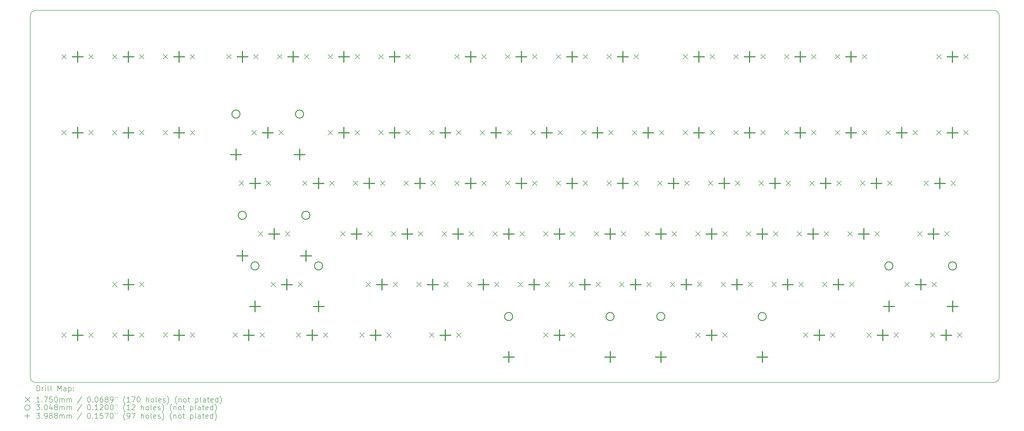
<source format=gbr>
%TF.GenerationSoftware,KiCad,Pcbnew,9.0.5*%
%TF.CreationDate,2026-01-22T23:22:43-08:00*%
%TF.ProjectId,alana-kb,616c616e-612d-46b6-922e-6b696361645f,rev?*%
%TF.SameCoordinates,Original*%
%TF.FileFunction,Drillmap*%
%TF.FilePolarity,Positive*%
%FSLAX45Y45*%
G04 Gerber Fmt 4.5, Leading zero omitted, Abs format (unit mm)*
G04 Created by KiCad (PCBNEW 9.0.5) date 2026-01-22 23:22:43*
%MOMM*%
%LPD*%
G01*
G04 APERTURE LIST*
%ADD10C,0.200000*%
%ADD11C,0.175000*%
%ADD12C,0.304800*%
%ADD13C,0.398780*%
G04 APERTURE END LIST*
D10*
X38232569Y-16068721D02*
X2232569Y-16068721D01*
X38432569Y-15868721D02*
G75*
G02*
X38232569Y-16068719I-199999J1D01*
G01*
X38232569Y-2068721D02*
G75*
G02*
X38432569Y-2268721I1J-199999D01*
G01*
X38432569Y-2268721D02*
X38432569Y-15868721D01*
X2232569Y-2068721D02*
X38232569Y-2068721D01*
X2232569Y-16068721D02*
G75*
G02*
X2032569Y-15868721I1J200001D01*
G01*
X2032569Y-2268721D02*
G75*
G02*
X2232569Y-2068719I200001J1D01*
G01*
X2032569Y-15868721D02*
X2032569Y-2268721D01*
D11*
X3214500Y-3722500D02*
X3389500Y-3897500D01*
X3389500Y-3722500D02*
X3214500Y-3897500D01*
X3214500Y-6580000D02*
X3389500Y-6755000D01*
X3389500Y-6580000D02*
X3214500Y-6755000D01*
X3214500Y-14200000D02*
X3389500Y-14375000D01*
X3389500Y-14200000D02*
X3214500Y-14375000D01*
X4230500Y-3722500D02*
X4405500Y-3897500D01*
X4405500Y-3722500D02*
X4230500Y-3897500D01*
X4230500Y-6580000D02*
X4405500Y-6755000D01*
X4405500Y-6580000D02*
X4230500Y-6755000D01*
X4230500Y-14200000D02*
X4405500Y-14375000D01*
X4405500Y-14200000D02*
X4230500Y-14375000D01*
X5119500Y-3722500D02*
X5294500Y-3897500D01*
X5294500Y-3722500D02*
X5119500Y-3897500D01*
X5119500Y-6580000D02*
X5294500Y-6755000D01*
X5294500Y-6580000D02*
X5119500Y-6755000D01*
X5119500Y-12295000D02*
X5294500Y-12470000D01*
X5294500Y-12295000D02*
X5119500Y-12470000D01*
X5119500Y-14200000D02*
X5294500Y-14375000D01*
X5294500Y-14200000D02*
X5119500Y-14375000D01*
X6135500Y-3722500D02*
X6310500Y-3897500D01*
X6310500Y-3722500D02*
X6135500Y-3897500D01*
X6135500Y-6580000D02*
X6310500Y-6755000D01*
X6310500Y-6580000D02*
X6135500Y-6755000D01*
X6135500Y-12295000D02*
X6310500Y-12470000D01*
X6310500Y-12295000D02*
X6135500Y-12470000D01*
X6135500Y-14200000D02*
X6310500Y-14375000D01*
X6310500Y-14200000D02*
X6135500Y-14375000D01*
X7024500Y-3722500D02*
X7199500Y-3897500D01*
X7199500Y-3722500D02*
X7024500Y-3897500D01*
X7024500Y-6580000D02*
X7199500Y-6755000D01*
X7199500Y-6580000D02*
X7024500Y-6755000D01*
X7024500Y-14200000D02*
X7199500Y-14375000D01*
X7199500Y-14200000D02*
X7024500Y-14375000D01*
X8040500Y-3722500D02*
X8215500Y-3897500D01*
X8215500Y-3722500D02*
X8040500Y-3897500D01*
X8040500Y-6580000D02*
X8215500Y-6755000D01*
X8215500Y-6580000D02*
X8040500Y-6755000D01*
X8040500Y-14200000D02*
X8215500Y-14375000D01*
X8215500Y-14200000D02*
X8040500Y-14375000D01*
X9405750Y-3722500D02*
X9580750Y-3897500D01*
X9580750Y-3722500D02*
X9405750Y-3897500D01*
X9643875Y-14200000D02*
X9818875Y-14375000D01*
X9818875Y-14200000D02*
X9643875Y-14375000D01*
X9882000Y-8485000D02*
X10057000Y-8660000D01*
X10057000Y-8485000D02*
X9882000Y-8660000D01*
X10358250Y-6580000D02*
X10533250Y-6755000D01*
X10533250Y-6580000D02*
X10358250Y-6755000D01*
X10421750Y-3722500D02*
X10596750Y-3897500D01*
X10596750Y-3722500D02*
X10421750Y-3897500D01*
X10596375Y-10390000D02*
X10771375Y-10565000D01*
X10771375Y-10390000D02*
X10596375Y-10565000D01*
X10659875Y-14200000D02*
X10834875Y-14375000D01*
X10834875Y-14200000D02*
X10659875Y-14375000D01*
X10898000Y-8485000D02*
X11073000Y-8660000D01*
X11073000Y-8485000D02*
X10898000Y-8660000D01*
X11072625Y-12295000D02*
X11247625Y-12470000D01*
X11247625Y-12295000D02*
X11072625Y-12470000D01*
X11310750Y-3722500D02*
X11485750Y-3897500D01*
X11485750Y-3722500D02*
X11310750Y-3897500D01*
X11374250Y-6580000D02*
X11549250Y-6755000D01*
X11549250Y-6580000D02*
X11374250Y-6755000D01*
X11612375Y-10390000D02*
X11787375Y-10565000D01*
X11787375Y-10390000D02*
X11612375Y-10565000D01*
X12025125Y-14200000D02*
X12200125Y-14375000D01*
X12200125Y-14200000D02*
X12025125Y-14375000D01*
X12088625Y-12295000D02*
X12263625Y-12470000D01*
X12263625Y-12295000D02*
X12088625Y-12470000D01*
X12263250Y-8485000D02*
X12438250Y-8660000D01*
X12438250Y-8485000D02*
X12263250Y-8660000D01*
X12326750Y-3722500D02*
X12501750Y-3897500D01*
X12501750Y-3722500D02*
X12326750Y-3897500D01*
X13041125Y-14200000D02*
X13216125Y-14375000D01*
X13216125Y-14200000D02*
X13041125Y-14375000D01*
X13215750Y-3722500D02*
X13390750Y-3897500D01*
X13390750Y-3722500D02*
X13215750Y-3897500D01*
X13215750Y-6580000D02*
X13390750Y-6755000D01*
X13390750Y-6580000D02*
X13215750Y-6755000D01*
X13279250Y-8485000D02*
X13454250Y-8660000D01*
X13454250Y-8485000D02*
X13279250Y-8660000D01*
X13692000Y-10390000D02*
X13867000Y-10565000D01*
X13867000Y-10390000D02*
X13692000Y-10565000D01*
X14168250Y-8485000D02*
X14343250Y-8660000D01*
X14343250Y-8485000D02*
X14168250Y-8660000D01*
X14231750Y-3722500D02*
X14406750Y-3897500D01*
X14406750Y-3722500D02*
X14231750Y-3897500D01*
X14231750Y-6580000D02*
X14406750Y-6755000D01*
X14406750Y-6580000D02*
X14231750Y-6755000D01*
X14406375Y-14200000D02*
X14581375Y-14375000D01*
X14581375Y-14200000D02*
X14406375Y-14375000D01*
X14644500Y-12295000D02*
X14819500Y-12470000D01*
X14819500Y-12295000D02*
X14644500Y-12470000D01*
X14708000Y-10390000D02*
X14883000Y-10565000D01*
X14883000Y-10390000D02*
X14708000Y-10565000D01*
X15120750Y-3722500D02*
X15295750Y-3897500D01*
X15295750Y-3722500D02*
X15120750Y-3897500D01*
X15120750Y-6580000D02*
X15295750Y-6755000D01*
X15295750Y-6580000D02*
X15120750Y-6755000D01*
X15184250Y-8485000D02*
X15359250Y-8660000D01*
X15359250Y-8485000D02*
X15184250Y-8660000D01*
X15422375Y-14200000D02*
X15597375Y-14375000D01*
X15597375Y-14200000D02*
X15422375Y-14375000D01*
X15597000Y-10390000D02*
X15772000Y-10565000D01*
X15772000Y-10390000D02*
X15597000Y-10565000D01*
X15660500Y-12295000D02*
X15835500Y-12470000D01*
X15835500Y-12295000D02*
X15660500Y-12470000D01*
X16073250Y-8485000D02*
X16248250Y-8660000D01*
X16248250Y-8485000D02*
X16073250Y-8660000D01*
X16136750Y-3722500D02*
X16311750Y-3897500D01*
X16311750Y-3722500D02*
X16136750Y-3897500D01*
X16136750Y-6580000D02*
X16311750Y-6755000D01*
X16311750Y-6580000D02*
X16136750Y-6755000D01*
X16549500Y-12295000D02*
X16724500Y-12470000D01*
X16724500Y-12295000D02*
X16549500Y-12470000D01*
X16613000Y-10390000D02*
X16788000Y-10565000D01*
X16788000Y-10390000D02*
X16613000Y-10565000D01*
X17025750Y-6580000D02*
X17200750Y-6755000D01*
X17200750Y-6580000D02*
X17025750Y-6755000D01*
X17025750Y-14200000D02*
X17200750Y-14375000D01*
X17200750Y-14200000D02*
X17025750Y-14375000D01*
X17089250Y-8485000D02*
X17264250Y-8660000D01*
X17264250Y-8485000D02*
X17089250Y-8660000D01*
X17502000Y-10390000D02*
X17677000Y-10565000D01*
X17677000Y-10390000D02*
X17502000Y-10565000D01*
X17565500Y-12295000D02*
X17740500Y-12470000D01*
X17740500Y-12295000D02*
X17565500Y-12470000D01*
X17978250Y-3722500D02*
X18153250Y-3897500D01*
X18153250Y-3722500D02*
X17978250Y-3897500D01*
X17978250Y-8485000D02*
X18153250Y-8660000D01*
X18153250Y-8485000D02*
X17978250Y-8660000D01*
X18041750Y-6580000D02*
X18216750Y-6755000D01*
X18216750Y-6580000D02*
X18041750Y-6755000D01*
X18041750Y-14200000D02*
X18216750Y-14375000D01*
X18216750Y-14200000D02*
X18041750Y-14375000D01*
X18454500Y-12295000D02*
X18629500Y-12470000D01*
X18629500Y-12295000D02*
X18454500Y-12470000D01*
X18518000Y-10390000D02*
X18693000Y-10565000D01*
X18693000Y-10390000D02*
X18518000Y-10565000D01*
X18930750Y-6580000D02*
X19105750Y-6755000D01*
X19105750Y-6580000D02*
X18930750Y-6755000D01*
X18994250Y-3722500D02*
X19169250Y-3897500D01*
X19169250Y-3722500D02*
X18994250Y-3897500D01*
X18994250Y-8485000D02*
X19169250Y-8660000D01*
X19169250Y-8485000D02*
X18994250Y-8660000D01*
X19407000Y-10390000D02*
X19582000Y-10565000D01*
X19582000Y-10390000D02*
X19407000Y-10565000D01*
X19470500Y-12295000D02*
X19645500Y-12470000D01*
X19645500Y-12295000D02*
X19470500Y-12470000D01*
X19883250Y-3722500D02*
X20058250Y-3897500D01*
X20058250Y-3722500D02*
X19883250Y-3897500D01*
X19883250Y-8485000D02*
X20058250Y-8660000D01*
X20058250Y-8485000D02*
X19883250Y-8660000D01*
X19946750Y-6580000D02*
X20121750Y-6755000D01*
X20121750Y-6580000D02*
X19946750Y-6755000D01*
X20359500Y-12295000D02*
X20534500Y-12470000D01*
X20534500Y-12295000D02*
X20359500Y-12470000D01*
X20423000Y-10390000D02*
X20598000Y-10565000D01*
X20598000Y-10390000D02*
X20423000Y-10565000D01*
X20835750Y-6580000D02*
X21010750Y-6755000D01*
X21010750Y-6580000D02*
X20835750Y-6755000D01*
X20899250Y-3722500D02*
X21074250Y-3897500D01*
X21074250Y-3722500D02*
X20899250Y-3897500D01*
X20899250Y-8485000D02*
X21074250Y-8660000D01*
X21074250Y-8485000D02*
X20899250Y-8660000D01*
X21312000Y-10390000D02*
X21487000Y-10565000D01*
X21487000Y-10390000D02*
X21312000Y-10565000D01*
X21312000Y-14200000D02*
X21487000Y-14375000D01*
X21487000Y-14200000D02*
X21312000Y-14375000D01*
X21375500Y-12295000D02*
X21550500Y-12470000D01*
X21550500Y-12295000D02*
X21375500Y-12470000D01*
X21788250Y-3722500D02*
X21963250Y-3897500D01*
X21963250Y-3722500D02*
X21788250Y-3897500D01*
X21788250Y-8485000D02*
X21963250Y-8660000D01*
X21963250Y-8485000D02*
X21788250Y-8660000D01*
X21851750Y-6580000D02*
X22026750Y-6755000D01*
X22026750Y-6580000D02*
X21851750Y-6755000D01*
X22264500Y-12295000D02*
X22439500Y-12470000D01*
X22439500Y-12295000D02*
X22264500Y-12470000D01*
X22328000Y-10390000D02*
X22503000Y-10565000D01*
X22503000Y-10390000D02*
X22328000Y-10565000D01*
X22328000Y-14200000D02*
X22503000Y-14375000D01*
X22503000Y-14200000D02*
X22328000Y-14375000D01*
X22740750Y-6580000D02*
X22915750Y-6755000D01*
X22915750Y-6580000D02*
X22740750Y-6755000D01*
X22804250Y-3722500D02*
X22979250Y-3897500D01*
X22979250Y-3722500D02*
X22804250Y-3897500D01*
X22804250Y-8485000D02*
X22979250Y-8660000D01*
X22979250Y-8485000D02*
X22804250Y-8660000D01*
X23217000Y-10390000D02*
X23392000Y-10565000D01*
X23392000Y-10390000D02*
X23217000Y-10565000D01*
X23280500Y-12295000D02*
X23455500Y-12470000D01*
X23455500Y-12295000D02*
X23280500Y-12470000D01*
X23693250Y-3722500D02*
X23868250Y-3897500D01*
X23868250Y-3722500D02*
X23693250Y-3897500D01*
X23693250Y-8485000D02*
X23868250Y-8660000D01*
X23868250Y-8485000D02*
X23693250Y-8660000D01*
X23756750Y-6580000D02*
X23931750Y-6755000D01*
X23931750Y-6580000D02*
X23756750Y-6755000D01*
X24169500Y-12295000D02*
X24344500Y-12470000D01*
X24344500Y-12295000D02*
X24169500Y-12470000D01*
X24233000Y-10390000D02*
X24408000Y-10565000D01*
X24408000Y-10390000D02*
X24233000Y-10565000D01*
X24645750Y-6580000D02*
X24820750Y-6755000D01*
X24820750Y-6580000D02*
X24645750Y-6755000D01*
X24709250Y-3722500D02*
X24884250Y-3897500D01*
X24884250Y-3722500D02*
X24709250Y-3897500D01*
X24709250Y-8485000D02*
X24884250Y-8660000D01*
X24884250Y-8485000D02*
X24709250Y-8660000D01*
X25122000Y-10390000D02*
X25297000Y-10565000D01*
X25297000Y-10390000D02*
X25122000Y-10565000D01*
X25185500Y-12295000D02*
X25360500Y-12470000D01*
X25360500Y-12295000D02*
X25185500Y-12470000D01*
X25598250Y-8485000D02*
X25773250Y-8660000D01*
X25773250Y-8485000D02*
X25598250Y-8660000D01*
X25661750Y-6580000D02*
X25836750Y-6755000D01*
X25836750Y-6580000D02*
X25661750Y-6755000D01*
X26074500Y-12295000D02*
X26249500Y-12470000D01*
X26249500Y-12295000D02*
X26074500Y-12470000D01*
X26138000Y-10390000D02*
X26313000Y-10565000D01*
X26313000Y-10390000D02*
X26138000Y-10565000D01*
X26550750Y-3722500D02*
X26725750Y-3897500D01*
X26725750Y-3722500D02*
X26550750Y-3897500D01*
X26550750Y-6580000D02*
X26725750Y-6755000D01*
X26725750Y-6580000D02*
X26550750Y-6755000D01*
X26614250Y-8485000D02*
X26789250Y-8660000D01*
X26789250Y-8485000D02*
X26614250Y-8660000D01*
X27027000Y-10390000D02*
X27202000Y-10565000D01*
X27202000Y-10390000D02*
X27027000Y-10565000D01*
X27027000Y-14200000D02*
X27202000Y-14375000D01*
X27202000Y-14200000D02*
X27027000Y-14375000D01*
X27090500Y-12295000D02*
X27265500Y-12470000D01*
X27265500Y-12295000D02*
X27090500Y-12470000D01*
X27503250Y-8485000D02*
X27678250Y-8660000D01*
X27678250Y-8485000D02*
X27503250Y-8660000D01*
X27566750Y-3722500D02*
X27741750Y-3897500D01*
X27741750Y-3722500D02*
X27566750Y-3897500D01*
X27566750Y-6580000D02*
X27741750Y-6755000D01*
X27741750Y-6580000D02*
X27566750Y-6755000D01*
X27979500Y-12295000D02*
X28154500Y-12470000D01*
X28154500Y-12295000D02*
X27979500Y-12470000D01*
X28043000Y-10390000D02*
X28218000Y-10565000D01*
X28218000Y-10390000D02*
X28043000Y-10565000D01*
X28043000Y-14200000D02*
X28218000Y-14375000D01*
X28218000Y-14200000D02*
X28043000Y-14375000D01*
X28455750Y-3722500D02*
X28630750Y-3897500D01*
X28630750Y-3722500D02*
X28455750Y-3897500D01*
X28455750Y-6580000D02*
X28630750Y-6755000D01*
X28630750Y-6580000D02*
X28455750Y-6755000D01*
X28519250Y-8485000D02*
X28694250Y-8660000D01*
X28694250Y-8485000D02*
X28519250Y-8660000D01*
X28932000Y-10390000D02*
X29107000Y-10565000D01*
X29107000Y-10390000D02*
X28932000Y-10565000D01*
X28995500Y-12295000D02*
X29170500Y-12470000D01*
X29170500Y-12295000D02*
X28995500Y-12470000D01*
X29408250Y-8485000D02*
X29583250Y-8660000D01*
X29583250Y-8485000D02*
X29408250Y-8660000D01*
X29471750Y-3722500D02*
X29646750Y-3897500D01*
X29646750Y-3722500D02*
X29471750Y-3897500D01*
X29471750Y-6580000D02*
X29646750Y-6755000D01*
X29646750Y-6580000D02*
X29471750Y-6755000D01*
X29884500Y-12295000D02*
X30059500Y-12470000D01*
X30059500Y-12295000D02*
X29884500Y-12470000D01*
X29948000Y-10390000D02*
X30123000Y-10565000D01*
X30123000Y-10390000D02*
X29948000Y-10565000D01*
X30360750Y-3722500D02*
X30535750Y-3897500D01*
X30535750Y-3722500D02*
X30360750Y-3897500D01*
X30360750Y-6580000D02*
X30535750Y-6755000D01*
X30535750Y-6580000D02*
X30360750Y-6755000D01*
X30424250Y-8485000D02*
X30599250Y-8660000D01*
X30599250Y-8485000D02*
X30424250Y-8660000D01*
X30837000Y-10390000D02*
X31012000Y-10565000D01*
X31012000Y-10390000D02*
X30837000Y-10565000D01*
X30900500Y-12295000D02*
X31075500Y-12470000D01*
X31075500Y-12295000D02*
X30900500Y-12470000D01*
X31075125Y-14200000D02*
X31250125Y-14375000D01*
X31250125Y-14200000D02*
X31075125Y-14375000D01*
X31313250Y-8485000D02*
X31488250Y-8660000D01*
X31488250Y-8485000D02*
X31313250Y-8660000D01*
X31376750Y-3722500D02*
X31551750Y-3897500D01*
X31551750Y-3722500D02*
X31376750Y-3897500D01*
X31376750Y-6580000D02*
X31551750Y-6755000D01*
X31551750Y-6580000D02*
X31376750Y-6755000D01*
X31789500Y-12295000D02*
X31964500Y-12470000D01*
X31964500Y-12295000D02*
X31789500Y-12470000D01*
X31853000Y-10390000D02*
X32028000Y-10565000D01*
X32028000Y-10390000D02*
X31853000Y-10565000D01*
X32091125Y-14200000D02*
X32266125Y-14375000D01*
X32266125Y-14200000D02*
X32091125Y-14375000D01*
X32265750Y-3722500D02*
X32440750Y-3897500D01*
X32440750Y-3722500D02*
X32265750Y-3897500D01*
X32265750Y-6580000D02*
X32440750Y-6755000D01*
X32440750Y-6580000D02*
X32265750Y-6755000D01*
X32329250Y-8485000D02*
X32504250Y-8660000D01*
X32504250Y-8485000D02*
X32329250Y-8660000D01*
X32742000Y-10390000D02*
X32917000Y-10565000D01*
X32917000Y-10390000D02*
X32742000Y-10565000D01*
X32805500Y-12295000D02*
X32980500Y-12470000D01*
X32980500Y-12295000D02*
X32805500Y-12470000D01*
X33218250Y-8485000D02*
X33393250Y-8660000D01*
X33393250Y-8485000D02*
X33218250Y-8660000D01*
X33281750Y-3722500D02*
X33456750Y-3897500D01*
X33456750Y-3722500D02*
X33281750Y-3897500D01*
X33281750Y-6580000D02*
X33456750Y-6755000D01*
X33456750Y-6580000D02*
X33281750Y-6755000D01*
X33456375Y-14200000D02*
X33631375Y-14375000D01*
X33631375Y-14200000D02*
X33456375Y-14375000D01*
X33758000Y-10390000D02*
X33933000Y-10565000D01*
X33933000Y-10390000D02*
X33758000Y-10565000D01*
X34170750Y-6580000D02*
X34345750Y-6755000D01*
X34345750Y-6580000D02*
X34170750Y-6755000D01*
X34234250Y-8485000D02*
X34409250Y-8660000D01*
X34409250Y-8485000D02*
X34234250Y-8660000D01*
X34472375Y-14200000D02*
X34647375Y-14375000D01*
X34647375Y-14200000D02*
X34472375Y-14375000D01*
X34885125Y-12295000D02*
X35060125Y-12470000D01*
X35060125Y-12295000D02*
X34885125Y-12470000D01*
X35186750Y-6580000D02*
X35361750Y-6755000D01*
X35361750Y-6580000D02*
X35186750Y-6755000D01*
X35361375Y-10390000D02*
X35536375Y-10565000D01*
X35536375Y-10390000D02*
X35361375Y-10565000D01*
X35599500Y-8485000D02*
X35774500Y-8660000D01*
X35774500Y-8485000D02*
X35599500Y-8660000D01*
X35837625Y-14200000D02*
X36012625Y-14375000D01*
X36012625Y-14200000D02*
X35837625Y-14375000D01*
X35901125Y-12295000D02*
X36076125Y-12470000D01*
X36076125Y-12295000D02*
X35901125Y-12470000D01*
X36075750Y-3722500D02*
X36250750Y-3897500D01*
X36250750Y-3722500D02*
X36075750Y-3897500D01*
X36075750Y-6580000D02*
X36250750Y-6755000D01*
X36250750Y-6580000D02*
X36075750Y-6755000D01*
X36377375Y-10390000D02*
X36552375Y-10565000D01*
X36552375Y-10390000D02*
X36377375Y-10565000D01*
X36615500Y-8485000D02*
X36790500Y-8660000D01*
X36790500Y-8485000D02*
X36615500Y-8660000D01*
X36853625Y-14200000D02*
X37028625Y-14375000D01*
X37028625Y-14200000D02*
X36853625Y-14375000D01*
X37091750Y-3722500D02*
X37266750Y-3897500D01*
X37266750Y-3722500D02*
X37091750Y-3897500D01*
X37091750Y-6580000D02*
X37266750Y-6755000D01*
X37266750Y-6580000D02*
X37091750Y-6755000D01*
D12*
X9912350Y-5969000D02*
G75*
G02*
X9607550Y-5969000I-152400J0D01*
G01*
X9607550Y-5969000D02*
G75*
G02*
X9912350Y-5969000I152400J0D01*
G01*
X10150475Y-9779000D02*
G75*
G02*
X9845675Y-9779000I-152400J0D01*
G01*
X9845675Y-9779000D02*
G75*
G02*
X10150475Y-9779000I152400J0D01*
G01*
X10626725Y-11684000D02*
G75*
G02*
X10321925Y-11684000I-152400J0D01*
G01*
X10321925Y-11684000D02*
G75*
G02*
X10626725Y-11684000I152400J0D01*
G01*
X12299950Y-5969000D02*
G75*
G02*
X11995150Y-5969000I-152400J0D01*
G01*
X11995150Y-5969000D02*
G75*
G02*
X12299950Y-5969000I152400J0D01*
G01*
X12538075Y-9779000D02*
G75*
G02*
X12233275Y-9779000I-152400J0D01*
G01*
X12233275Y-9779000D02*
G75*
G02*
X12538075Y-9779000I152400J0D01*
G01*
X13014325Y-11684000D02*
G75*
G02*
X12709525Y-11684000I-152400J0D01*
G01*
X12709525Y-11684000D02*
G75*
G02*
X13014325Y-11684000I152400J0D01*
G01*
X20154900Y-13589000D02*
G75*
G02*
X19850100Y-13589000I-152400J0D01*
G01*
X19850100Y-13589000D02*
G75*
G02*
X20154900Y-13589000I152400J0D01*
G01*
X23964900Y-13589000D02*
G75*
G02*
X23660100Y-13589000I-152400J0D01*
G01*
X23660100Y-13589000D02*
G75*
G02*
X23964900Y-13589000I152400J0D01*
G01*
X25869900Y-13589000D02*
G75*
G02*
X25565100Y-13589000I-152400J0D01*
G01*
X25565100Y-13589000D02*
G75*
G02*
X25869900Y-13589000I152400J0D01*
G01*
X29679900Y-13589000D02*
G75*
G02*
X29375100Y-13589000I-152400J0D01*
G01*
X29375100Y-13589000D02*
G75*
G02*
X29679900Y-13589000I152400J0D01*
G01*
X34439225Y-11684000D02*
G75*
G02*
X34134425Y-11684000I-152400J0D01*
G01*
X34134425Y-11684000D02*
G75*
G02*
X34439225Y-11684000I152400J0D01*
G01*
X36826825Y-11684000D02*
G75*
G02*
X36522025Y-11684000I-152400J0D01*
G01*
X36522025Y-11684000D02*
G75*
G02*
X36826825Y-11684000I152400J0D01*
G01*
D13*
X3810000Y-3610610D02*
X3810000Y-4009390D01*
X3610610Y-3810000D02*
X4009390Y-3810000D01*
X3810000Y-6468110D02*
X3810000Y-6866890D01*
X3610610Y-6667500D02*
X4009390Y-6667500D01*
X3810000Y-14088110D02*
X3810000Y-14486890D01*
X3610610Y-14287500D02*
X4009390Y-14287500D01*
X5715000Y-3610610D02*
X5715000Y-4009390D01*
X5515610Y-3810000D02*
X5914390Y-3810000D01*
X5715000Y-6468110D02*
X5715000Y-6866890D01*
X5515610Y-6667500D02*
X5914390Y-6667500D01*
X5715000Y-12183110D02*
X5715000Y-12581890D01*
X5515610Y-12382500D02*
X5914390Y-12382500D01*
X5715000Y-14088110D02*
X5715000Y-14486890D01*
X5515610Y-14287500D02*
X5914390Y-14287500D01*
X7620000Y-3610610D02*
X7620000Y-4009390D01*
X7420610Y-3810000D02*
X7819390Y-3810000D01*
X7620000Y-6468110D02*
X7620000Y-6866890D01*
X7420610Y-6667500D02*
X7819390Y-6667500D01*
X7620000Y-14088110D02*
X7620000Y-14486890D01*
X7420610Y-14287500D02*
X7819390Y-14287500D01*
X9759950Y-7290610D02*
X9759950Y-7689390D01*
X9560560Y-7490000D02*
X9959340Y-7490000D01*
X9998075Y-11100610D02*
X9998075Y-11499390D01*
X9798685Y-11300000D02*
X10197465Y-11300000D01*
X10001250Y-3610610D02*
X10001250Y-4009390D01*
X9801860Y-3810000D02*
X10200640Y-3810000D01*
X10239375Y-14088110D02*
X10239375Y-14486890D01*
X10039985Y-14287500D02*
X10438765Y-14287500D01*
X10474325Y-13005610D02*
X10474325Y-13404390D01*
X10274935Y-13205000D02*
X10673715Y-13205000D01*
X10477500Y-8373110D02*
X10477500Y-8771890D01*
X10278110Y-8572500D02*
X10676890Y-8572500D01*
X10953750Y-6468110D02*
X10953750Y-6866890D01*
X10754360Y-6667500D02*
X11153140Y-6667500D01*
X11191875Y-10278110D02*
X11191875Y-10676890D01*
X10992485Y-10477500D02*
X11391265Y-10477500D01*
X11668125Y-12183110D02*
X11668125Y-12581890D01*
X11468735Y-12382500D02*
X11867515Y-12382500D01*
X11906250Y-3610610D02*
X11906250Y-4009390D01*
X11706860Y-3810000D02*
X12105640Y-3810000D01*
X12147550Y-7290610D02*
X12147550Y-7689390D01*
X11948160Y-7490000D02*
X12346940Y-7490000D01*
X12385675Y-11100610D02*
X12385675Y-11499390D01*
X12186285Y-11300000D02*
X12585065Y-11300000D01*
X12620625Y-14088110D02*
X12620625Y-14486890D01*
X12421235Y-14287500D02*
X12820015Y-14287500D01*
X12858750Y-8373110D02*
X12858750Y-8771890D01*
X12659360Y-8572500D02*
X13058140Y-8572500D01*
X12861925Y-13005610D02*
X12861925Y-13404390D01*
X12662535Y-13205000D02*
X13061315Y-13205000D01*
X13811250Y-3610610D02*
X13811250Y-4009390D01*
X13611860Y-3810000D02*
X14010640Y-3810000D01*
X13811250Y-6468110D02*
X13811250Y-6866890D01*
X13611860Y-6667500D02*
X14010640Y-6667500D01*
X14287500Y-10278110D02*
X14287500Y-10676890D01*
X14088110Y-10477500D02*
X14486890Y-10477500D01*
X14763750Y-8373110D02*
X14763750Y-8771890D01*
X14564360Y-8572500D02*
X14963140Y-8572500D01*
X15001875Y-14088110D02*
X15001875Y-14486890D01*
X14802485Y-14287500D02*
X15201265Y-14287500D01*
X15240000Y-12183110D02*
X15240000Y-12581890D01*
X15040610Y-12382500D02*
X15439390Y-12382500D01*
X15716250Y-3610610D02*
X15716250Y-4009390D01*
X15516860Y-3810000D02*
X15915640Y-3810000D01*
X15716250Y-6468110D02*
X15716250Y-6866890D01*
X15516860Y-6667500D02*
X15915640Y-6667500D01*
X16192500Y-10278110D02*
X16192500Y-10676890D01*
X15993110Y-10477500D02*
X16391890Y-10477500D01*
X16668750Y-8373110D02*
X16668750Y-8771890D01*
X16469360Y-8572500D02*
X16868140Y-8572500D01*
X17145000Y-12183110D02*
X17145000Y-12581890D01*
X16945610Y-12382500D02*
X17344390Y-12382500D01*
X17621250Y-6468110D02*
X17621250Y-6866890D01*
X17421860Y-6667500D02*
X17820640Y-6667500D01*
X17621250Y-14088110D02*
X17621250Y-14486890D01*
X17421860Y-14287500D02*
X17820640Y-14287500D01*
X18097500Y-10278110D02*
X18097500Y-10676890D01*
X17898110Y-10477500D02*
X18296890Y-10477500D01*
X18573750Y-3610610D02*
X18573750Y-4009390D01*
X18374360Y-3810000D02*
X18773140Y-3810000D01*
X18573750Y-8373110D02*
X18573750Y-8771890D01*
X18374360Y-8572500D02*
X18773140Y-8572500D01*
X19050000Y-12183110D02*
X19050000Y-12581890D01*
X18850610Y-12382500D02*
X19249390Y-12382500D01*
X19526250Y-6468110D02*
X19526250Y-6866890D01*
X19326860Y-6667500D02*
X19725640Y-6667500D01*
X20002500Y-10278110D02*
X20002500Y-10676890D01*
X19803110Y-10477500D02*
X20201890Y-10477500D01*
X20002500Y-14910610D02*
X20002500Y-15309390D01*
X19803110Y-15110000D02*
X20201890Y-15110000D01*
X20478750Y-3610610D02*
X20478750Y-4009390D01*
X20279360Y-3810000D02*
X20678140Y-3810000D01*
X20478750Y-8373110D02*
X20478750Y-8771890D01*
X20279360Y-8572500D02*
X20678140Y-8572500D01*
X20955000Y-12183110D02*
X20955000Y-12581890D01*
X20755610Y-12382500D02*
X21154390Y-12382500D01*
X21431250Y-6468110D02*
X21431250Y-6866890D01*
X21231860Y-6667500D02*
X21630640Y-6667500D01*
X21907500Y-10278110D02*
X21907500Y-10676890D01*
X21708110Y-10477500D02*
X22106890Y-10477500D01*
X21907500Y-14088110D02*
X21907500Y-14486890D01*
X21708110Y-14287500D02*
X22106890Y-14287500D01*
X22383750Y-3610610D02*
X22383750Y-4009390D01*
X22184360Y-3810000D02*
X22583140Y-3810000D01*
X22383750Y-8373110D02*
X22383750Y-8771890D01*
X22184360Y-8572500D02*
X22583140Y-8572500D01*
X22860000Y-12183110D02*
X22860000Y-12581890D01*
X22660610Y-12382500D02*
X23059390Y-12382500D01*
X23336250Y-6468110D02*
X23336250Y-6866890D01*
X23136860Y-6667500D02*
X23535640Y-6667500D01*
X23812500Y-10278110D02*
X23812500Y-10676890D01*
X23613110Y-10477500D02*
X24011890Y-10477500D01*
X23812500Y-14910610D02*
X23812500Y-15309390D01*
X23613110Y-15110000D02*
X24011890Y-15110000D01*
X24288750Y-3610610D02*
X24288750Y-4009390D01*
X24089360Y-3810000D02*
X24488140Y-3810000D01*
X24288750Y-8373110D02*
X24288750Y-8771890D01*
X24089360Y-8572500D02*
X24488140Y-8572500D01*
X24765000Y-12183110D02*
X24765000Y-12581890D01*
X24565610Y-12382500D02*
X24964390Y-12382500D01*
X25241250Y-6468110D02*
X25241250Y-6866890D01*
X25041860Y-6667500D02*
X25440640Y-6667500D01*
X25717500Y-10278110D02*
X25717500Y-10676890D01*
X25518110Y-10477500D02*
X25916890Y-10477500D01*
X25717500Y-14910610D02*
X25717500Y-15309390D01*
X25518110Y-15110000D02*
X25916890Y-15110000D01*
X26193750Y-8373110D02*
X26193750Y-8771890D01*
X25994360Y-8572500D02*
X26393140Y-8572500D01*
X26670000Y-12183110D02*
X26670000Y-12581890D01*
X26470610Y-12382500D02*
X26869390Y-12382500D01*
X27146250Y-3610610D02*
X27146250Y-4009390D01*
X26946860Y-3810000D02*
X27345640Y-3810000D01*
X27146250Y-6468110D02*
X27146250Y-6866890D01*
X26946860Y-6667500D02*
X27345640Y-6667500D01*
X27622500Y-10278110D02*
X27622500Y-10676890D01*
X27423110Y-10477500D02*
X27821890Y-10477500D01*
X27622500Y-14088110D02*
X27622500Y-14486890D01*
X27423110Y-14287500D02*
X27821890Y-14287500D01*
X28098750Y-8373110D02*
X28098750Y-8771890D01*
X27899360Y-8572500D02*
X28298140Y-8572500D01*
X28575000Y-12183110D02*
X28575000Y-12581890D01*
X28375610Y-12382500D02*
X28774390Y-12382500D01*
X29051250Y-3610610D02*
X29051250Y-4009390D01*
X28851860Y-3810000D02*
X29250640Y-3810000D01*
X29051250Y-6468110D02*
X29051250Y-6866890D01*
X28851860Y-6667500D02*
X29250640Y-6667500D01*
X29527500Y-10278110D02*
X29527500Y-10676890D01*
X29328110Y-10477500D02*
X29726890Y-10477500D01*
X29527500Y-14910610D02*
X29527500Y-15309390D01*
X29328110Y-15110000D02*
X29726890Y-15110000D01*
X30003750Y-8373110D02*
X30003750Y-8771890D01*
X29804360Y-8572500D02*
X30203140Y-8572500D01*
X30480000Y-12183110D02*
X30480000Y-12581890D01*
X30280610Y-12382500D02*
X30679390Y-12382500D01*
X30956250Y-3610610D02*
X30956250Y-4009390D01*
X30756860Y-3810000D02*
X31155640Y-3810000D01*
X30956250Y-6468110D02*
X30956250Y-6866890D01*
X30756860Y-6667500D02*
X31155640Y-6667500D01*
X31432500Y-10278110D02*
X31432500Y-10676890D01*
X31233110Y-10477500D02*
X31631890Y-10477500D01*
X31670625Y-14088110D02*
X31670625Y-14486890D01*
X31471235Y-14287500D02*
X31870015Y-14287500D01*
X31908750Y-8373110D02*
X31908750Y-8771890D01*
X31709360Y-8572500D02*
X32108140Y-8572500D01*
X32385000Y-12183110D02*
X32385000Y-12581890D01*
X32185610Y-12382500D02*
X32584390Y-12382500D01*
X32861250Y-3610610D02*
X32861250Y-4009390D01*
X32661860Y-3810000D02*
X33060640Y-3810000D01*
X32861250Y-6468110D02*
X32861250Y-6866890D01*
X32661860Y-6667500D02*
X33060640Y-6667500D01*
X33337500Y-10278110D02*
X33337500Y-10676890D01*
X33138110Y-10477500D02*
X33536890Y-10477500D01*
X33813750Y-8373110D02*
X33813750Y-8771890D01*
X33614360Y-8572500D02*
X34013140Y-8572500D01*
X34051875Y-14088110D02*
X34051875Y-14486890D01*
X33852485Y-14287500D02*
X34251265Y-14287500D01*
X34286825Y-13005610D02*
X34286825Y-13404390D01*
X34087435Y-13205000D02*
X34486215Y-13205000D01*
X34766250Y-6468110D02*
X34766250Y-6866890D01*
X34566860Y-6667500D02*
X34965640Y-6667500D01*
X35480625Y-12183110D02*
X35480625Y-12581890D01*
X35281235Y-12382500D02*
X35680015Y-12382500D01*
X35956875Y-10278110D02*
X35956875Y-10676890D01*
X35757485Y-10477500D02*
X36156265Y-10477500D01*
X36195000Y-8373110D02*
X36195000Y-8771890D01*
X35995610Y-8572500D02*
X36394390Y-8572500D01*
X36433125Y-14088110D02*
X36433125Y-14486890D01*
X36233735Y-14287500D02*
X36632515Y-14287500D01*
X36671250Y-3610610D02*
X36671250Y-4009390D01*
X36471860Y-3810000D02*
X36870640Y-3810000D01*
X36671250Y-6468110D02*
X36671250Y-6866890D01*
X36471860Y-6667500D02*
X36870640Y-6667500D01*
X36674425Y-13005610D02*
X36674425Y-13404390D01*
X36475035Y-13205000D02*
X36873815Y-13205000D01*
D10*
X2283346Y-16390205D02*
X2283346Y-16190205D01*
X2283346Y-16190205D02*
X2330965Y-16190205D01*
X2330965Y-16190205D02*
X2359536Y-16199729D01*
X2359536Y-16199729D02*
X2378584Y-16218776D01*
X2378584Y-16218776D02*
X2388108Y-16237824D01*
X2388108Y-16237824D02*
X2397631Y-16275919D01*
X2397631Y-16275919D02*
X2397631Y-16304491D01*
X2397631Y-16304491D02*
X2388108Y-16342586D01*
X2388108Y-16342586D02*
X2378584Y-16361633D01*
X2378584Y-16361633D02*
X2359536Y-16380681D01*
X2359536Y-16380681D02*
X2330965Y-16390205D01*
X2330965Y-16390205D02*
X2283346Y-16390205D01*
X2483346Y-16390205D02*
X2483346Y-16256872D01*
X2483346Y-16294967D02*
X2492869Y-16275919D01*
X2492869Y-16275919D02*
X2502393Y-16266395D01*
X2502393Y-16266395D02*
X2521441Y-16256872D01*
X2521441Y-16256872D02*
X2540489Y-16256872D01*
X2607155Y-16390205D02*
X2607155Y-16256872D01*
X2607155Y-16190205D02*
X2597631Y-16199729D01*
X2597631Y-16199729D02*
X2607155Y-16209253D01*
X2607155Y-16209253D02*
X2616679Y-16199729D01*
X2616679Y-16199729D02*
X2607155Y-16190205D01*
X2607155Y-16190205D02*
X2607155Y-16209253D01*
X2730965Y-16390205D02*
X2711917Y-16380681D01*
X2711917Y-16380681D02*
X2702393Y-16361633D01*
X2702393Y-16361633D02*
X2702393Y-16190205D01*
X2835726Y-16390205D02*
X2816679Y-16380681D01*
X2816679Y-16380681D02*
X2807155Y-16361633D01*
X2807155Y-16361633D02*
X2807155Y-16190205D01*
X3064298Y-16390205D02*
X3064298Y-16190205D01*
X3064298Y-16190205D02*
X3130965Y-16333062D01*
X3130965Y-16333062D02*
X3197631Y-16190205D01*
X3197631Y-16190205D02*
X3197631Y-16390205D01*
X3378584Y-16390205D02*
X3378584Y-16285443D01*
X3378584Y-16285443D02*
X3369060Y-16266395D01*
X3369060Y-16266395D02*
X3350012Y-16256872D01*
X3350012Y-16256872D02*
X3311917Y-16256872D01*
X3311917Y-16256872D02*
X3292869Y-16266395D01*
X3378584Y-16380681D02*
X3359536Y-16390205D01*
X3359536Y-16390205D02*
X3311917Y-16390205D01*
X3311917Y-16390205D02*
X3292869Y-16380681D01*
X3292869Y-16380681D02*
X3283346Y-16361633D01*
X3283346Y-16361633D02*
X3283346Y-16342586D01*
X3283346Y-16342586D02*
X3292869Y-16323538D01*
X3292869Y-16323538D02*
X3311917Y-16314014D01*
X3311917Y-16314014D02*
X3359536Y-16314014D01*
X3359536Y-16314014D02*
X3378584Y-16304491D01*
X3473822Y-16256872D02*
X3473822Y-16456872D01*
X3473822Y-16266395D02*
X3492869Y-16256872D01*
X3492869Y-16256872D02*
X3530965Y-16256872D01*
X3530965Y-16256872D02*
X3550012Y-16266395D01*
X3550012Y-16266395D02*
X3559536Y-16275919D01*
X3559536Y-16275919D02*
X3569060Y-16294967D01*
X3569060Y-16294967D02*
X3569060Y-16352110D01*
X3569060Y-16352110D02*
X3559536Y-16371157D01*
X3559536Y-16371157D02*
X3550012Y-16380681D01*
X3550012Y-16380681D02*
X3530965Y-16390205D01*
X3530965Y-16390205D02*
X3492869Y-16390205D01*
X3492869Y-16390205D02*
X3473822Y-16380681D01*
X3654774Y-16371157D02*
X3664298Y-16380681D01*
X3664298Y-16380681D02*
X3654774Y-16390205D01*
X3654774Y-16390205D02*
X3645250Y-16380681D01*
X3645250Y-16380681D02*
X3654774Y-16371157D01*
X3654774Y-16371157D02*
X3654774Y-16390205D01*
X3654774Y-16266395D02*
X3664298Y-16275919D01*
X3664298Y-16275919D02*
X3654774Y-16285443D01*
X3654774Y-16285443D02*
X3645250Y-16275919D01*
X3645250Y-16275919D02*
X3654774Y-16266395D01*
X3654774Y-16266395D02*
X3654774Y-16285443D01*
D11*
X1847569Y-16631221D02*
X2022569Y-16806221D01*
X2022569Y-16631221D02*
X1847569Y-16806221D01*
D10*
X2388108Y-16810205D02*
X2273822Y-16810205D01*
X2330965Y-16810205D02*
X2330965Y-16610205D01*
X2330965Y-16610205D02*
X2311917Y-16638776D01*
X2311917Y-16638776D02*
X2292869Y-16657824D01*
X2292869Y-16657824D02*
X2273822Y-16667348D01*
X2473822Y-16791157D02*
X2483346Y-16800681D01*
X2483346Y-16800681D02*
X2473822Y-16810205D01*
X2473822Y-16810205D02*
X2464298Y-16800681D01*
X2464298Y-16800681D02*
X2473822Y-16791157D01*
X2473822Y-16791157D02*
X2473822Y-16810205D01*
X2550012Y-16610205D02*
X2683346Y-16610205D01*
X2683346Y-16610205D02*
X2597631Y-16810205D01*
X2854774Y-16610205D02*
X2759536Y-16610205D01*
X2759536Y-16610205D02*
X2750012Y-16705443D01*
X2750012Y-16705443D02*
X2759536Y-16695919D01*
X2759536Y-16695919D02*
X2778584Y-16686395D01*
X2778584Y-16686395D02*
X2826203Y-16686395D01*
X2826203Y-16686395D02*
X2845250Y-16695919D01*
X2845250Y-16695919D02*
X2854774Y-16705443D01*
X2854774Y-16705443D02*
X2864298Y-16724491D01*
X2864298Y-16724491D02*
X2864298Y-16772110D01*
X2864298Y-16772110D02*
X2854774Y-16791157D01*
X2854774Y-16791157D02*
X2845250Y-16800681D01*
X2845250Y-16800681D02*
X2826203Y-16810205D01*
X2826203Y-16810205D02*
X2778584Y-16810205D01*
X2778584Y-16810205D02*
X2759536Y-16800681D01*
X2759536Y-16800681D02*
X2750012Y-16791157D01*
X2988107Y-16610205D02*
X3007155Y-16610205D01*
X3007155Y-16610205D02*
X3026203Y-16619729D01*
X3026203Y-16619729D02*
X3035727Y-16629253D01*
X3035727Y-16629253D02*
X3045250Y-16648300D01*
X3045250Y-16648300D02*
X3054774Y-16686395D01*
X3054774Y-16686395D02*
X3054774Y-16734014D01*
X3054774Y-16734014D02*
X3045250Y-16772110D01*
X3045250Y-16772110D02*
X3035727Y-16791157D01*
X3035727Y-16791157D02*
X3026203Y-16800681D01*
X3026203Y-16800681D02*
X3007155Y-16810205D01*
X3007155Y-16810205D02*
X2988107Y-16810205D01*
X2988107Y-16810205D02*
X2969060Y-16800681D01*
X2969060Y-16800681D02*
X2959536Y-16791157D01*
X2959536Y-16791157D02*
X2950012Y-16772110D01*
X2950012Y-16772110D02*
X2940488Y-16734014D01*
X2940488Y-16734014D02*
X2940488Y-16686395D01*
X2940488Y-16686395D02*
X2950012Y-16648300D01*
X2950012Y-16648300D02*
X2959536Y-16629253D01*
X2959536Y-16629253D02*
X2969060Y-16619729D01*
X2969060Y-16619729D02*
X2988107Y-16610205D01*
X3140488Y-16810205D02*
X3140488Y-16676872D01*
X3140488Y-16695919D02*
X3150012Y-16686395D01*
X3150012Y-16686395D02*
X3169060Y-16676872D01*
X3169060Y-16676872D02*
X3197631Y-16676872D01*
X3197631Y-16676872D02*
X3216679Y-16686395D01*
X3216679Y-16686395D02*
X3226203Y-16705443D01*
X3226203Y-16705443D02*
X3226203Y-16810205D01*
X3226203Y-16705443D02*
X3235727Y-16686395D01*
X3235727Y-16686395D02*
X3254774Y-16676872D01*
X3254774Y-16676872D02*
X3283346Y-16676872D01*
X3283346Y-16676872D02*
X3302393Y-16686395D01*
X3302393Y-16686395D02*
X3311917Y-16705443D01*
X3311917Y-16705443D02*
X3311917Y-16810205D01*
X3407155Y-16810205D02*
X3407155Y-16676872D01*
X3407155Y-16695919D02*
X3416679Y-16686395D01*
X3416679Y-16686395D02*
X3435727Y-16676872D01*
X3435727Y-16676872D02*
X3464298Y-16676872D01*
X3464298Y-16676872D02*
X3483346Y-16686395D01*
X3483346Y-16686395D02*
X3492869Y-16705443D01*
X3492869Y-16705443D02*
X3492869Y-16810205D01*
X3492869Y-16705443D02*
X3502393Y-16686395D01*
X3502393Y-16686395D02*
X3521441Y-16676872D01*
X3521441Y-16676872D02*
X3550012Y-16676872D01*
X3550012Y-16676872D02*
X3569060Y-16686395D01*
X3569060Y-16686395D02*
X3578584Y-16705443D01*
X3578584Y-16705443D02*
X3578584Y-16810205D01*
X3969060Y-16600681D02*
X3797631Y-16857824D01*
X4226203Y-16610205D02*
X4245251Y-16610205D01*
X4245251Y-16610205D02*
X4264298Y-16619729D01*
X4264298Y-16619729D02*
X4273822Y-16629253D01*
X4273822Y-16629253D02*
X4283346Y-16648300D01*
X4283346Y-16648300D02*
X4292870Y-16686395D01*
X4292870Y-16686395D02*
X4292870Y-16734014D01*
X4292870Y-16734014D02*
X4283346Y-16772110D01*
X4283346Y-16772110D02*
X4273822Y-16791157D01*
X4273822Y-16791157D02*
X4264298Y-16800681D01*
X4264298Y-16800681D02*
X4245251Y-16810205D01*
X4245251Y-16810205D02*
X4226203Y-16810205D01*
X4226203Y-16810205D02*
X4207155Y-16800681D01*
X4207155Y-16800681D02*
X4197632Y-16791157D01*
X4197632Y-16791157D02*
X4188108Y-16772110D01*
X4188108Y-16772110D02*
X4178584Y-16734014D01*
X4178584Y-16734014D02*
X4178584Y-16686395D01*
X4178584Y-16686395D02*
X4188108Y-16648300D01*
X4188108Y-16648300D02*
X4197632Y-16629253D01*
X4197632Y-16629253D02*
X4207155Y-16619729D01*
X4207155Y-16619729D02*
X4226203Y-16610205D01*
X4378584Y-16791157D02*
X4388108Y-16800681D01*
X4388108Y-16800681D02*
X4378584Y-16810205D01*
X4378584Y-16810205D02*
X4369060Y-16800681D01*
X4369060Y-16800681D02*
X4378584Y-16791157D01*
X4378584Y-16791157D02*
X4378584Y-16810205D01*
X4511917Y-16610205D02*
X4530965Y-16610205D01*
X4530965Y-16610205D02*
X4550013Y-16619729D01*
X4550013Y-16619729D02*
X4559536Y-16629253D01*
X4559536Y-16629253D02*
X4569060Y-16648300D01*
X4569060Y-16648300D02*
X4578584Y-16686395D01*
X4578584Y-16686395D02*
X4578584Y-16734014D01*
X4578584Y-16734014D02*
X4569060Y-16772110D01*
X4569060Y-16772110D02*
X4559536Y-16791157D01*
X4559536Y-16791157D02*
X4550013Y-16800681D01*
X4550013Y-16800681D02*
X4530965Y-16810205D01*
X4530965Y-16810205D02*
X4511917Y-16810205D01*
X4511917Y-16810205D02*
X4492870Y-16800681D01*
X4492870Y-16800681D02*
X4483346Y-16791157D01*
X4483346Y-16791157D02*
X4473822Y-16772110D01*
X4473822Y-16772110D02*
X4464298Y-16734014D01*
X4464298Y-16734014D02*
X4464298Y-16686395D01*
X4464298Y-16686395D02*
X4473822Y-16648300D01*
X4473822Y-16648300D02*
X4483346Y-16629253D01*
X4483346Y-16629253D02*
X4492870Y-16619729D01*
X4492870Y-16619729D02*
X4511917Y-16610205D01*
X4750013Y-16610205D02*
X4711917Y-16610205D01*
X4711917Y-16610205D02*
X4692870Y-16619729D01*
X4692870Y-16619729D02*
X4683346Y-16629253D01*
X4683346Y-16629253D02*
X4664298Y-16657824D01*
X4664298Y-16657824D02*
X4654774Y-16695919D01*
X4654774Y-16695919D02*
X4654774Y-16772110D01*
X4654774Y-16772110D02*
X4664298Y-16791157D01*
X4664298Y-16791157D02*
X4673822Y-16800681D01*
X4673822Y-16800681D02*
X4692870Y-16810205D01*
X4692870Y-16810205D02*
X4730965Y-16810205D01*
X4730965Y-16810205D02*
X4750013Y-16800681D01*
X4750013Y-16800681D02*
X4759536Y-16791157D01*
X4759536Y-16791157D02*
X4769060Y-16772110D01*
X4769060Y-16772110D02*
X4769060Y-16724491D01*
X4769060Y-16724491D02*
X4759536Y-16705443D01*
X4759536Y-16705443D02*
X4750013Y-16695919D01*
X4750013Y-16695919D02*
X4730965Y-16686395D01*
X4730965Y-16686395D02*
X4692870Y-16686395D01*
X4692870Y-16686395D02*
X4673822Y-16695919D01*
X4673822Y-16695919D02*
X4664298Y-16705443D01*
X4664298Y-16705443D02*
X4654774Y-16724491D01*
X4883346Y-16695919D02*
X4864298Y-16686395D01*
X4864298Y-16686395D02*
X4854774Y-16676872D01*
X4854774Y-16676872D02*
X4845251Y-16657824D01*
X4845251Y-16657824D02*
X4845251Y-16648300D01*
X4845251Y-16648300D02*
X4854774Y-16629253D01*
X4854774Y-16629253D02*
X4864298Y-16619729D01*
X4864298Y-16619729D02*
X4883346Y-16610205D01*
X4883346Y-16610205D02*
X4921441Y-16610205D01*
X4921441Y-16610205D02*
X4940489Y-16619729D01*
X4940489Y-16619729D02*
X4950013Y-16629253D01*
X4950013Y-16629253D02*
X4959536Y-16648300D01*
X4959536Y-16648300D02*
X4959536Y-16657824D01*
X4959536Y-16657824D02*
X4950013Y-16676872D01*
X4950013Y-16676872D02*
X4940489Y-16686395D01*
X4940489Y-16686395D02*
X4921441Y-16695919D01*
X4921441Y-16695919D02*
X4883346Y-16695919D01*
X4883346Y-16695919D02*
X4864298Y-16705443D01*
X4864298Y-16705443D02*
X4854774Y-16714967D01*
X4854774Y-16714967D02*
X4845251Y-16734014D01*
X4845251Y-16734014D02*
X4845251Y-16772110D01*
X4845251Y-16772110D02*
X4854774Y-16791157D01*
X4854774Y-16791157D02*
X4864298Y-16800681D01*
X4864298Y-16800681D02*
X4883346Y-16810205D01*
X4883346Y-16810205D02*
X4921441Y-16810205D01*
X4921441Y-16810205D02*
X4940489Y-16800681D01*
X4940489Y-16800681D02*
X4950013Y-16791157D01*
X4950013Y-16791157D02*
X4959536Y-16772110D01*
X4959536Y-16772110D02*
X4959536Y-16734014D01*
X4959536Y-16734014D02*
X4950013Y-16714967D01*
X4950013Y-16714967D02*
X4940489Y-16705443D01*
X4940489Y-16705443D02*
X4921441Y-16695919D01*
X5054774Y-16810205D02*
X5092870Y-16810205D01*
X5092870Y-16810205D02*
X5111917Y-16800681D01*
X5111917Y-16800681D02*
X5121441Y-16791157D01*
X5121441Y-16791157D02*
X5140489Y-16762586D01*
X5140489Y-16762586D02*
X5150013Y-16724491D01*
X5150013Y-16724491D02*
X5150013Y-16648300D01*
X5150013Y-16648300D02*
X5140489Y-16629253D01*
X5140489Y-16629253D02*
X5130965Y-16619729D01*
X5130965Y-16619729D02*
X5111917Y-16610205D01*
X5111917Y-16610205D02*
X5073822Y-16610205D01*
X5073822Y-16610205D02*
X5054774Y-16619729D01*
X5054774Y-16619729D02*
X5045251Y-16629253D01*
X5045251Y-16629253D02*
X5035727Y-16648300D01*
X5035727Y-16648300D02*
X5035727Y-16695919D01*
X5035727Y-16695919D02*
X5045251Y-16714967D01*
X5045251Y-16714967D02*
X5054774Y-16724491D01*
X5054774Y-16724491D02*
X5073822Y-16734014D01*
X5073822Y-16734014D02*
X5111917Y-16734014D01*
X5111917Y-16734014D02*
X5130965Y-16724491D01*
X5130965Y-16724491D02*
X5140489Y-16714967D01*
X5140489Y-16714967D02*
X5150013Y-16695919D01*
X5226203Y-16610205D02*
X5226203Y-16648300D01*
X5302394Y-16610205D02*
X5302394Y-16648300D01*
X5597632Y-16886395D02*
X5588108Y-16876872D01*
X5588108Y-16876872D02*
X5569060Y-16848300D01*
X5569060Y-16848300D02*
X5559536Y-16829253D01*
X5559536Y-16829253D02*
X5550013Y-16800681D01*
X5550013Y-16800681D02*
X5540489Y-16753062D01*
X5540489Y-16753062D02*
X5540489Y-16714967D01*
X5540489Y-16714967D02*
X5550013Y-16667348D01*
X5550013Y-16667348D02*
X5559536Y-16638776D01*
X5559536Y-16638776D02*
X5569060Y-16619729D01*
X5569060Y-16619729D02*
X5588108Y-16591157D01*
X5588108Y-16591157D02*
X5597632Y-16581633D01*
X5778584Y-16810205D02*
X5664298Y-16810205D01*
X5721441Y-16810205D02*
X5721441Y-16610205D01*
X5721441Y-16610205D02*
X5702393Y-16638776D01*
X5702393Y-16638776D02*
X5683346Y-16657824D01*
X5683346Y-16657824D02*
X5664298Y-16667348D01*
X5845251Y-16610205D02*
X5978584Y-16610205D01*
X5978584Y-16610205D02*
X5892870Y-16810205D01*
X6092870Y-16610205D02*
X6111917Y-16610205D01*
X6111917Y-16610205D02*
X6130965Y-16619729D01*
X6130965Y-16619729D02*
X6140489Y-16629253D01*
X6140489Y-16629253D02*
X6150013Y-16648300D01*
X6150013Y-16648300D02*
X6159536Y-16686395D01*
X6159536Y-16686395D02*
X6159536Y-16734014D01*
X6159536Y-16734014D02*
X6150013Y-16772110D01*
X6150013Y-16772110D02*
X6140489Y-16791157D01*
X6140489Y-16791157D02*
X6130965Y-16800681D01*
X6130965Y-16800681D02*
X6111917Y-16810205D01*
X6111917Y-16810205D02*
X6092870Y-16810205D01*
X6092870Y-16810205D02*
X6073822Y-16800681D01*
X6073822Y-16800681D02*
X6064298Y-16791157D01*
X6064298Y-16791157D02*
X6054774Y-16772110D01*
X6054774Y-16772110D02*
X6045251Y-16734014D01*
X6045251Y-16734014D02*
X6045251Y-16686395D01*
X6045251Y-16686395D02*
X6054774Y-16648300D01*
X6054774Y-16648300D02*
X6064298Y-16629253D01*
X6064298Y-16629253D02*
X6073822Y-16619729D01*
X6073822Y-16619729D02*
X6092870Y-16610205D01*
X6397632Y-16810205D02*
X6397632Y-16610205D01*
X6483346Y-16810205D02*
X6483346Y-16705443D01*
X6483346Y-16705443D02*
X6473822Y-16686395D01*
X6473822Y-16686395D02*
X6454775Y-16676872D01*
X6454775Y-16676872D02*
X6426203Y-16676872D01*
X6426203Y-16676872D02*
X6407155Y-16686395D01*
X6407155Y-16686395D02*
X6397632Y-16695919D01*
X6607155Y-16810205D02*
X6588108Y-16800681D01*
X6588108Y-16800681D02*
X6578584Y-16791157D01*
X6578584Y-16791157D02*
X6569060Y-16772110D01*
X6569060Y-16772110D02*
X6569060Y-16714967D01*
X6569060Y-16714967D02*
X6578584Y-16695919D01*
X6578584Y-16695919D02*
X6588108Y-16686395D01*
X6588108Y-16686395D02*
X6607155Y-16676872D01*
X6607155Y-16676872D02*
X6635727Y-16676872D01*
X6635727Y-16676872D02*
X6654775Y-16686395D01*
X6654775Y-16686395D02*
X6664298Y-16695919D01*
X6664298Y-16695919D02*
X6673822Y-16714967D01*
X6673822Y-16714967D02*
X6673822Y-16772110D01*
X6673822Y-16772110D02*
X6664298Y-16791157D01*
X6664298Y-16791157D02*
X6654775Y-16800681D01*
X6654775Y-16800681D02*
X6635727Y-16810205D01*
X6635727Y-16810205D02*
X6607155Y-16810205D01*
X6788108Y-16810205D02*
X6769060Y-16800681D01*
X6769060Y-16800681D02*
X6759536Y-16781634D01*
X6759536Y-16781634D02*
X6759536Y-16610205D01*
X6940489Y-16800681D02*
X6921441Y-16810205D01*
X6921441Y-16810205D02*
X6883346Y-16810205D01*
X6883346Y-16810205D02*
X6864298Y-16800681D01*
X6864298Y-16800681D02*
X6854775Y-16781634D01*
X6854775Y-16781634D02*
X6854775Y-16705443D01*
X6854775Y-16705443D02*
X6864298Y-16686395D01*
X6864298Y-16686395D02*
X6883346Y-16676872D01*
X6883346Y-16676872D02*
X6921441Y-16676872D01*
X6921441Y-16676872D02*
X6940489Y-16686395D01*
X6940489Y-16686395D02*
X6950013Y-16705443D01*
X6950013Y-16705443D02*
X6950013Y-16724491D01*
X6950013Y-16724491D02*
X6854775Y-16743538D01*
X7026203Y-16800681D02*
X7045251Y-16810205D01*
X7045251Y-16810205D02*
X7083346Y-16810205D01*
X7083346Y-16810205D02*
X7102394Y-16800681D01*
X7102394Y-16800681D02*
X7111917Y-16781634D01*
X7111917Y-16781634D02*
X7111917Y-16772110D01*
X7111917Y-16772110D02*
X7102394Y-16753062D01*
X7102394Y-16753062D02*
X7083346Y-16743538D01*
X7083346Y-16743538D02*
X7054775Y-16743538D01*
X7054775Y-16743538D02*
X7035727Y-16734014D01*
X7035727Y-16734014D02*
X7026203Y-16714967D01*
X7026203Y-16714967D02*
X7026203Y-16705443D01*
X7026203Y-16705443D02*
X7035727Y-16686395D01*
X7035727Y-16686395D02*
X7054775Y-16676872D01*
X7054775Y-16676872D02*
X7083346Y-16676872D01*
X7083346Y-16676872D02*
X7102394Y-16686395D01*
X7178584Y-16886395D02*
X7188108Y-16876872D01*
X7188108Y-16876872D02*
X7207156Y-16848300D01*
X7207156Y-16848300D02*
X7216679Y-16829253D01*
X7216679Y-16829253D02*
X7226203Y-16800681D01*
X7226203Y-16800681D02*
X7235727Y-16753062D01*
X7235727Y-16753062D02*
X7235727Y-16714967D01*
X7235727Y-16714967D02*
X7226203Y-16667348D01*
X7226203Y-16667348D02*
X7216679Y-16638776D01*
X7216679Y-16638776D02*
X7207156Y-16619729D01*
X7207156Y-16619729D02*
X7188108Y-16591157D01*
X7188108Y-16591157D02*
X7178584Y-16581633D01*
X7540489Y-16886395D02*
X7530965Y-16876872D01*
X7530965Y-16876872D02*
X7511917Y-16848300D01*
X7511917Y-16848300D02*
X7502394Y-16829253D01*
X7502394Y-16829253D02*
X7492870Y-16800681D01*
X7492870Y-16800681D02*
X7483346Y-16753062D01*
X7483346Y-16753062D02*
X7483346Y-16714967D01*
X7483346Y-16714967D02*
X7492870Y-16667348D01*
X7492870Y-16667348D02*
X7502394Y-16638776D01*
X7502394Y-16638776D02*
X7511917Y-16619729D01*
X7511917Y-16619729D02*
X7530965Y-16591157D01*
X7530965Y-16591157D02*
X7540489Y-16581633D01*
X7616679Y-16676872D02*
X7616679Y-16810205D01*
X7616679Y-16695919D02*
X7626203Y-16686395D01*
X7626203Y-16686395D02*
X7645251Y-16676872D01*
X7645251Y-16676872D02*
X7673822Y-16676872D01*
X7673822Y-16676872D02*
X7692870Y-16686395D01*
X7692870Y-16686395D02*
X7702394Y-16705443D01*
X7702394Y-16705443D02*
X7702394Y-16810205D01*
X7826203Y-16810205D02*
X7807156Y-16800681D01*
X7807156Y-16800681D02*
X7797632Y-16791157D01*
X7797632Y-16791157D02*
X7788108Y-16772110D01*
X7788108Y-16772110D02*
X7788108Y-16714967D01*
X7788108Y-16714967D02*
X7797632Y-16695919D01*
X7797632Y-16695919D02*
X7807156Y-16686395D01*
X7807156Y-16686395D02*
X7826203Y-16676872D01*
X7826203Y-16676872D02*
X7854775Y-16676872D01*
X7854775Y-16676872D02*
X7873822Y-16686395D01*
X7873822Y-16686395D02*
X7883346Y-16695919D01*
X7883346Y-16695919D02*
X7892870Y-16714967D01*
X7892870Y-16714967D02*
X7892870Y-16772110D01*
X7892870Y-16772110D02*
X7883346Y-16791157D01*
X7883346Y-16791157D02*
X7873822Y-16800681D01*
X7873822Y-16800681D02*
X7854775Y-16810205D01*
X7854775Y-16810205D02*
X7826203Y-16810205D01*
X7950013Y-16676872D02*
X8026203Y-16676872D01*
X7978584Y-16610205D02*
X7978584Y-16781634D01*
X7978584Y-16781634D02*
X7988108Y-16800681D01*
X7988108Y-16800681D02*
X8007156Y-16810205D01*
X8007156Y-16810205D02*
X8026203Y-16810205D01*
X8245251Y-16676872D02*
X8245251Y-16876872D01*
X8245251Y-16686395D02*
X8264298Y-16676872D01*
X8264298Y-16676872D02*
X8302394Y-16676872D01*
X8302394Y-16676872D02*
X8321441Y-16686395D01*
X8321441Y-16686395D02*
X8330965Y-16695919D01*
X8330965Y-16695919D02*
X8340489Y-16714967D01*
X8340489Y-16714967D02*
X8340489Y-16772110D01*
X8340489Y-16772110D02*
X8330965Y-16791157D01*
X8330965Y-16791157D02*
X8321441Y-16800681D01*
X8321441Y-16800681D02*
X8302394Y-16810205D01*
X8302394Y-16810205D02*
X8264298Y-16810205D01*
X8264298Y-16810205D02*
X8245251Y-16800681D01*
X8454775Y-16810205D02*
X8435727Y-16800681D01*
X8435727Y-16800681D02*
X8426203Y-16781634D01*
X8426203Y-16781634D02*
X8426203Y-16610205D01*
X8616680Y-16810205D02*
X8616680Y-16705443D01*
X8616680Y-16705443D02*
X8607156Y-16686395D01*
X8607156Y-16686395D02*
X8588108Y-16676872D01*
X8588108Y-16676872D02*
X8550013Y-16676872D01*
X8550013Y-16676872D02*
X8530965Y-16686395D01*
X8616680Y-16800681D02*
X8597632Y-16810205D01*
X8597632Y-16810205D02*
X8550013Y-16810205D01*
X8550013Y-16810205D02*
X8530965Y-16800681D01*
X8530965Y-16800681D02*
X8521441Y-16781634D01*
X8521441Y-16781634D02*
X8521441Y-16762586D01*
X8521441Y-16762586D02*
X8530965Y-16743538D01*
X8530965Y-16743538D02*
X8550013Y-16734014D01*
X8550013Y-16734014D02*
X8597632Y-16734014D01*
X8597632Y-16734014D02*
X8616680Y-16724491D01*
X8683346Y-16676872D02*
X8759537Y-16676872D01*
X8711918Y-16610205D02*
X8711918Y-16781634D01*
X8711918Y-16781634D02*
X8721441Y-16800681D01*
X8721441Y-16800681D02*
X8740489Y-16810205D01*
X8740489Y-16810205D02*
X8759537Y-16810205D01*
X8902394Y-16800681D02*
X8883346Y-16810205D01*
X8883346Y-16810205D02*
X8845251Y-16810205D01*
X8845251Y-16810205D02*
X8826203Y-16800681D01*
X8826203Y-16800681D02*
X8816680Y-16781634D01*
X8816680Y-16781634D02*
X8816680Y-16705443D01*
X8816680Y-16705443D02*
X8826203Y-16686395D01*
X8826203Y-16686395D02*
X8845251Y-16676872D01*
X8845251Y-16676872D02*
X8883346Y-16676872D01*
X8883346Y-16676872D02*
X8902394Y-16686395D01*
X8902394Y-16686395D02*
X8911918Y-16705443D01*
X8911918Y-16705443D02*
X8911918Y-16724491D01*
X8911918Y-16724491D02*
X8816680Y-16743538D01*
X9083346Y-16810205D02*
X9083346Y-16610205D01*
X9083346Y-16800681D02*
X9064299Y-16810205D01*
X9064299Y-16810205D02*
X9026203Y-16810205D01*
X9026203Y-16810205D02*
X9007156Y-16800681D01*
X9007156Y-16800681D02*
X8997632Y-16791157D01*
X8997632Y-16791157D02*
X8988108Y-16772110D01*
X8988108Y-16772110D02*
X8988108Y-16714967D01*
X8988108Y-16714967D02*
X8997632Y-16695919D01*
X8997632Y-16695919D02*
X9007156Y-16686395D01*
X9007156Y-16686395D02*
X9026203Y-16676872D01*
X9026203Y-16676872D02*
X9064299Y-16676872D01*
X9064299Y-16676872D02*
X9083346Y-16686395D01*
X9159537Y-16886395D02*
X9169061Y-16876872D01*
X9169061Y-16876872D02*
X9188108Y-16848300D01*
X9188108Y-16848300D02*
X9197632Y-16829253D01*
X9197632Y-16829253D02*
X9207156Y-16800681D01*
X9207156Y-16800681D02*
X9216680Y-16753062D01*
X9216680Y-16753062D02*
X9216680Y-16714967D01*
X9216680Y-16714967D02*
X9207156Y-16667348D01*
X9207156Y-16667348D02*
X9197632Y-16638776D01*
X9197632Y-16638776D02*
X9188108Y-16619729D01*
X9188108Y-16619729D02*
X9169061Y-16591157D01*
X9169061Y-16591157D02*
X9159537Y-16581633D01*
X2022569Y-17013721D02*
G75*
G02*
X1822569Y-17013721I-100000J0D01*
G01*
X1822569Y-17013721D02*
G75*
G02*
X2022569Y-17013721I100000J0D01*
G01*
X2264298Y-16905205D02*
X2388108Y-16905205D01*
X2388108Y-16905205D02*
X2321441Y-16981395D01*
X2321441Y-16981395D02*
X2350012Y-16981395D01*
X2350012Y-16981395D02*
X2369060Y-16990919D01*
X2369060Y-16990919D02*
X2378584Y-17000443D01*
X2378584Y-17000443D02*
X2388108Y-17019491D01*
X2388108Y-17019491D02*
X2388108Y-17067110D01*
X2388108Y-17067110D02*
X2378584Y-17086157D01*
X2378584Y-17086157D02*
X2369060Y-17095681D01*
X2369060Y-17095681D02*
X2350012Y-17105205D01*
X2350012Y-17105205D02*
X2292869Y-17105205D01*
X2292869Y-17105205D02*
X2273822Y-17095681D01*
X2273822Y-17095681D02*
X2264298Y-17086157D01*
X2473822Y-17086157D02*
X2483346Y-17095681D01*
X2483346Y-17095681D02*
X2473822Y-17105205D01*
X2473822Y-17105205D02*
X2464298Y-17095681D01*
X2464298Y-17095681D02*
X2473822Y-17086157D01*
X2473822Y-17086157D02*
X2473822Y-17105205D01*
X2607155Y-16905205D02*
X2626203Y-16905205D01*
X2626203Y-16905205D02*
X2645250Y-16914729D01*
X2645250Y-16914729D02*
X2654774Y-16924253D01*
X2654774Y-16924253D02*
X2664298Y-16943300D01*
X2664298Y-16943300D02*
X2673822Y-16981395D01*
X2673822Y-16981395D02*
X2673822Y-17029015D01*
X2673822Y-17029015D02*
X2664298Y-17067110D01*
X2664298Y-17067110D02*
X2654774Y-17086157D01*
X2654774Y-17086157D02*
X2645250Y-17095681D01*
X2645250Y-17095681D02*
X2626203Y-17105205D01*
X2626203Y-17105205D02*
X2607155Y-17105205D01*
X2607155Y-17105205D02*
X2588108Y-17095681D01*
X2588108Y-17095681D02*
X2578584Y-17086157D01*
X2578584Y-17086157D02*
X2569060Y-17067110D01*
X2569060Y-17067110D02*
X2559536Y-17029015D01*
X2559536Y-17029015D02*
X2559536Y-16981395D01*
X2559536Y-16981395D02*
X2569060Y-16943300D01*
X2569060Y-16943300D02*
X2578584Y-16924253D01*
X2578584Y-16924253D02*
X2588108Y-16914729D01*
X2588108Y-16914729D02*
X2607155Y-16905205D01*
X2845250Y-16971872D02*
X2845250Y-17105205D01*
X2797631Y-16895681D02*
X2750012Y-17038538D01*
X2750012Y-17038538D02*
X2873822Y-17038538D01*
X2978584Y-16990919D02*
X2959536Y-16981395D01*
X2959536Y-16981395D02*
X2950012Y-16971872D01*
X2950012Y-16971872D02*
X2940488Y-16952824D01*
X2940488Y-16952824D02*
X2940488Y-16943300D01*
X2940488Y-16943300D02*
X2950012Y-16924253D01*
X2950012Y-16924253D02*
X2959536Y-16914729D01*
X2959536Y-16914729D02*
X2978584Y-16905205D01*
X2978584Y-16905205D02*
X3016679Y-16905205D01*
X3016679Y-16905205D02*
X3035727Y-16914729D01*
X3035727Y-16914729D02*
X3045250Y-16924253D01*
X3045250Y-16924253D02*
X3054774Y-16943300D01*
X3054774Y-16943300D02*
X3054774Y-16952824D01*
X3054774Y-16952824D02*
X3045250Y-16971872D01*
X3045250Y-16971872D02*
X3035727Y-16981395D01*
X3035727Y-16981395D02*
X3016679Y-16990919D01*
X3016679Y-16990919D02*
X2978584Y-16990919D01*
X2978584Y-16990919D02*
X2959536Y-17000443D01*
X2959536Y-17000443D02*
X2950012Y-17009967D01*
X2950012Y-17009967D02*
X2940488Y-17029015D01*
X2940488Y-17029015D02*
X2940488Y-17067110D01*
X2940488Y-17067110D02*
X2950012Y-17086157D01*
X2950012Y-17086157D02*
X2959536Y-17095681D01*
X2959536Y-17095681D02*
X2978584Y-17105205D01*
X2978584Y-17105205D02*
X3016679Y-17105205D01*
X3016679Y-17105205D02*
X3035727Y-17095681D01*
X3035727Y-17095681D02*
X3045250Y-17086157D01*
X3045250Y-17086157D02*
X3054774Y-17067110D01*
X3054774Y-17067110D02*
X3054774Y-17029015D01*
X3054774Y-17029015D02*
X3045250Y-17009967D01*
X3045250Y-17009967D02*
X3035727Y-17000443D01*
X3035727Y-17000443D02*
X3016679Y-16990919D01*
X3140488Y-17105205D02*
X3140488Y-16971872D01*
X3140488Y-16990919D02*
X3150012Y-16981395D01*
X3150012Y-16981395D02*
X3169060Y-16971872D01*
X3169060Y-16971872D02*
X3197631Y-16971872D01*
X3197631Y-16971872D02*
X3216679Y-16981395D01*
X3216679Y-16981395D02*
X3226203Y-17000443D01*
X3226203Y-17000443D02*
X3226203Y-17105205D01*
X3226203Y-17000443D02*
X3235727Y-16981395D01*
X3235727Y-16981395D02*
X3254774Y-16971872D01*
X3254774Y-16971872D02*
X3283346Y-16971872D01*
X3283346Y-16971872D02*
X3302393Y-16981395D01*
X3302393Y-16981395D02*
X3311917Y-17000443D01*
X3311917Y-17000443D02*
X3311917Y-17105205D01*
X3407155Y-17105205D02*
X3407155Y-16971872D01*
X3407155Y-16990919D02*
X3416679Y-16981395D01*
X3416679Y-16981395D02*
X3435727Y-16971872D01*
X3435727Y-16971872D02*
X3464298Y-16971872D01*
X3464298Y-16971872D02*
X3483346Y-16981395D01*
X3483346Y-16981395D02*
X3492869Y-17000443D01*
X3492869Y-17000443D02*
X3492869Y-17105205D01*
X3492869Y-17000443D02*
X3502393Y-16981395D01*
X3502393Y-16981395D02*
X3521441Y-16971872D01*
X3521441Y-16971872D02*
X3550012Y-16971872D01*
X3550012Y-16971872D02*
X3569060Y-16981395D01*
X3569060Y-16981395D02*
X3578584Y-17000443D01*
X3578584Y-17000443D02*
X3578584Y-17105205D01*
X3969060Y-16895681D02*
X3797631Y-17152824D01*
X4226203Y-16905205D02*
X4245251Y-16905205D01*
X4245251Y-16905205D02*
X4264298Y-16914729D01*
X4264298Y-16914729D02*
X4273822Y-16924253D01*
X4273822Y-16924253D02*
X4283346Y-16943300D01*
X4283346Y-16943300D02*
X4292870Y-16981395D01*
X4292870Y-16981395D02*
X4292870Y-17029015D01*
X4292870Y-17029015D02*
X4283346Y-17067110D01*
X4283346Y-17067110D02*
X4273822Y-17086157D01*
X4273822Y-17086157D02*
X4264298Y-17095681D01*
X4264298Y-17095681D02*
X4245251Y-17105205D01*
X4245251Y-17105205D02*
X4226203Y-17105205D01*
X4226203Y-17105205D02*
X4207155Y-17095681D01*
X4207155Y-17095681D02*
X4197632Y-17086157D01*
X4197632Y-17086157D02*
X4188108Y-17067110D01*
X4188108Y-17067110D02*
X4178584Y-17029015D01*
X4178584Y-17029015D02*
X4178584Y-16981395D01*
X4178584Y-16981395D02*
X4188108Y-16943300D01*
X4188108Y-16943300D02*
X4197632Y-16924253D01*
X4197632Y-16924253D02*
X4207155Y-16914729D01*
X4207155Y-16914729D02*
X4226203Y-16905205D01*
X4378584Y-17086157D02*
X4388108Y-17095681D01*
X4388108Y-17095681D02*
X4378584Y-17105205D01*
X4378584Y-17105205D02*
X4369060Y-17095681D01*
X4369060Y-17095681D02*
X4378584Y-17086157D01*
X4378584Y-17086157D02*
X4378584Y-17105205D01*
X4578584Y-17105205D02*
X4464298Y-17105205D01*
X4521441Y-17105205D02*
X4521441Y-16905205D01*
X4521441Y-16905205D02*
X4502393Y-16933776D01*
X4502393Y-16933776D02*
X4483346Y-16952824D01*
X4483346Y-16952824D02*
X4464298Y-16962348D01*
X4654774Y-16924253D02*
X4664298Y-16914729D01*
X4664298Y-16914729D02*
X4683346Y-16905205D01*
X4683346Y-16905205D02*
X4730965Y-16905205D01*
X4730965Y-16905205D02*
X4750013Y-16914729D01*
X4750013Y-16914729D02*
X4759536Y-16924253D01*
X4759536Y-16924253D02*
X4769060Y-16943300D01*
X4769060Y-16943300D02*
X4769060Y-16962348D01*
X4769060Y-16962348D02*
X4759536Y-16990919D01*
X4759536Y-16990919D02*
X4645251Y-17105205D01*
X4645251Y-17105205D02*
X4769060Y-17105205D01*
X4892870Y-16905205D02*
X4911917Y-16905205D01*
X4911917Y-16905205D02*
X4930965Y-16914729D01*
X4930965Y-16914729D02*
X4940489Y-16924253D01*
X4940489Y-16924253D02*
X4950013Y-16943300D01*
X4950013Y-16943300D02*
X4959536Y-16981395D01*
X4959536Y-16981395D02*
X4959536Y-17029015D01*
X4959536Y-17029015D02*
X4950013Y-17067110D01*
X4950013Y-17067110D02*
X4940489Y-17086157D01*
X4940489Y-17086157D02*
X4930965Y-17095681D01*
X4930965Y-17095681D02*
X4911917Y-17105205D01*
X4911917Y-17105205D02*
X4892870Y-17105205D01*
X4892870Y-17105205D02*
X4873822Y-17095681D01*
X4873822Y-17095681D02*
X4864298Y-17086157D01*
X4864298Y-17086157D02*
X4854774Y-17067110D01*
X4854774Y-17067110D02*
X4845251Y-17029015D01*
X4845251Y-17029015D02*
X4845251Y-16981395D01*
X4845251Y-16981395D02*
X4854774Y-16943300D01*
X4854774Y-16943300D02*
X4864298Y-16924253D01*
X4864298Y-16924253D02*
X4873822Y-16914729D01*
X4873822Y-16914729D02*
X4892870Y-16905205D01*
X5083346Y-16905205D02*
X5102394Y-16905205D01*
X5102394Y-16905205D02*
X5121441Y-16914729D01*
X5121441Y-16914729D02*
X5130965Y-16924253D01*
X5130965Y-16924253D02*
X5140489Y-16943300D01*
X5140489Y-16943300D02*
X5150013Y-16981395D01*
X5150013Y-16981395D02*
X5150013Y-17029015D01*
X5150013Y-17029015D02*
X5140489Y-17067110D01*
X5140489Y-17067110D02*
X5130965Y-17086157D01*
X5130965Y-17086157D02*
X5121441Y-17095681D01*
X5121441Y-17095681D02*
X5102394Y-17105205D01*
X5102394Y-17105205D02*
X5083346Y-17105205D01*
X5083346Y-17105205D02*
X5064298Y-17095681D01*
X5064298Y-17095681D02*
X5054774Y-17086157D01*
X5054774Y-17086157D02*
X5045251Y-17067110D01*
X5045251Y-17067110D02*
X5035727Y-17029015D01*
X5035727Y-17029015D02*
X5035727Y-16981395D01*
X5035727Y-16981395D02*
X5045251Y-16943300D01*
X5045251Y-16943300D02*
X5054774Y-16924253D01*
X5054774Y-16924253D02*
X5064298Y-16914729D01*
X5064298Y-16914729D02*
X5083346Y-16905205D01*
X5226203Y-16905205D02*
X5226203Y-16943300D01*
X5302394Y-16905205D02*
X5302394Y-16943300D01*
X5597632Y-17181395D02*
X5588108Y-17171872D01*
X5588108Y-17171872D02*
X5569060Y-17143300D01*
X5569060Y-17143300D02*
X5559536Y-17124253D01*
X5559536Y-17124253D02*
X5550013Y-17095681D01*
X5550013Y-17095681D02*
X5540489Y-17048062D01*
X5540489Y-17048062D02*
X5540489Y-17009967D01*
X5540489Y-17009967D02*
X5550013Y-16962348D01*
X5550013Y-16962348D02*
X5559536Y-16933776D01*
X5559536Y-16933776D02*
X5569060Y-16914729D01*
X5569060Y-16914729D02*
X5588108Y-16886157D01*
X5588108Y-16886157D02*
X5597632Y-16876634D01*
X5778584Y-17105205D02*
X5664298Y-17105205D01*
X5721441Y-17105205D02*
X5721441Y-16905205D01*
X5721441Y-16905205D02*
X5702393Y-16933776D01*
X5702393Y-16933776D02*
X5683346Y-16952824D01*
X5683346Y-16952824D02*
X5664298Y-16962348D01*
X5854774Y-16924253D02*
X5864298Y-16914729D01*
X5864298Y-16914729D02*
X5883346Y-16905205D01*
X5883346Y-16905205D02*
X5930965Y-16905205D01*
X5930965Y-16905205D02*
X5950013Y-16914729D01*
X5950013Y-16914729D02*
X5959536Y-16924253D01*
X5959536Y-16924253D02*
X5969060Y-16943300D01*
X5969060Y-16943300D02*
X5969060Y-16962348D01*
X5969060Y-16962348D02*
X5959536Y-16990919D01*
X5959536Y-16990919D02*
X5845251Y-17105205D01*
X5845251Y-17105205D02*
X5969060Y-17105205D01*
X6207155Y-17105205D02*
X6207155Y-16905205D01*
X6292870Y-17105205D02*
X6292870Y-17000443D01*
X6292870Y-17000443D02*
X6283346Y-16981395D01*
X6283346Y-16981395D02*
X6264298Y-16971872D01*
X6264298Y-16971872D02*
X6235727Y-16971872D01*
X6235727Y-16971872D02*
X6216679Y-16981395D01*
X6216679Y-16981395D02*
X6207155Y-16990919D01*
X6416679Y-17105205D02*
X6397632Y-17095681D01*
X6397632Y-17095681D02*
X6388108Y-17086157D01*
X6388108Y-17086157D02*
X6378584Y-17067110D01*
X6378584Y-17067110D02*
X6378584Y-17009967D01*
X6378584Y-17009967D02*
X6388108Y-16990919D01*
X6388108Y-16990919D02*
X6397632Y-16981395D01*
X6397632Y-16981395D02*
X6416679Y-16971872D01*
X6416679Y-16971872D02*
X6445251Y-16971872D01*
X6445251Y-16971872D02*
X6464298Y-16981395D01*
X6464298Y-16981395D02*
X6473822Y-16990919D01*
X6473822Y-16990919D02*
X6483346Y-17009967D01*
X6483346Y-17009967D02*
X6483346Y-17067110D01*
X6483346Y-17067110D02*
X6473822Y-17086157D01*
X6473822Y-17086157D02*
X6464298Y-17095681D01*
X6464298Y-17095681D02*
X6445251Y-17105205D01*
X6445251Y-17105205D02*
X6416679Y-17105205D01*
X6597632Y-17105205D02*
X6578584Y-17095681D01*
X6578584Y-17095681D02*
X6569060Y-17076634D01*
X6569060Y-17076634D02*
X6569060Y-16905205D01*
X6750013Y-17095681D02*
X6730965Y-17105205D01*
X6730965Y-17105205D02*
X6692870Y-17105205D01*
X6692870Y-17105205D02*
X6673822Y-17095681D01*
X6673822Y-17095681D02*
X6664298Y-17076634D01*
X6664298Y-17076634D02*
X6664298Y-17000443D01*
X6664298Y-17000443D02*
X6673822Y-16981395D01*
X6673822Y-16981395D02*
X6692870Y-16971872D01*
X6692870Y-16971872D02*
X6730965Y-16971872D01*
X6730965Y-16971872D02*
X6750013Y-16981395D01*
X6750013Y-16981395D02*
X6759536Y-17000443D01*
X6759536Y-17000443D02*
X6759536Y-17019491D01*
X6759536Y-17019491D02*
X6664298Y-17038538D01*
X6835727Y-17095681D02*
X6854775Y-17105205D01*
X6854775Y-17105205D02*
X6892870Y-17105205D01*
X6892870Y-17105205D02*
X6911917Y-17095681D01*
X6911917Y-17095681D02*
X6921441Y-17076634D01*
X6921441Y-17076634D02*
X6921441Y-17067110D01*
X6921441Y-17067110D02*
X6911917Y-17048062D01*
X6911917Y-17048062D02*
X6892870Y-17038538D01*
X6892870Y-17038538D02*
X6864298Y-17038538D01*
X6864298Y-17038538D02*
X6845251Y-17029015D01*
X6845251Y-17029015D02*
X6835727Y-17009967D01*
X6835727Y-17009967D02*
X6835727Y-17000443D01*
X6835727Y-17000443D02*
X6845251Y-16981395D01*
X6845251Y-16981395D02*
X6864298Y-16971872D01*
X6864298Y-16971872D02*
X6892870Y-16971872D01*
X6892870Y-16971872D02*
X6911917Y-16981395D01*
X6988108Y-17181395D02*
X6997632Y-17171872D01*
X6997632Y-17171872D02*
X7016679Y-17143300D01*
X7016679Y-17143300D02*
X7026203Y-17124253D01*
X7026203Y-17124253D02*
X7035727Y-17095681D01*
X7035727Y-17095681D02*
X7045251Y-17048062D01*
X7045251Y-17048062D02*
X7045251Y-17009967D01*
X7045251Y-17009967D02*
X7035727Y-16962348D01*
X7035727Y-16962348D02*
X7026203Y-16933776D01*
X7026203Y-16933776D02*
X7016679Y-16914729D01*
X7016679Y-16914729D02*
X6997632Y-16886157D01*
X6997632Y-16886157D02*
X6988108Y-16876634D01*
X7350013Y-17181395D02*
X7340489Y-17171872D01*
X7340489Y-17171872D02*
X7321441Y-17143300D01*
X7321441Y-17143300D02*
X7311917Y-17124253D01*
X7311917Y-17124253D02*
X7302394Y-17095681D01*
X7302394Y-17095681D02*
X7292870Y-17048062D01*
X7292870Y-17048062D02*
X7292870Y-17009967D01*
X7292870Y-17009967D02*
X7302394Y-16962348D01*
X7302394Y-16962348D02*
X7311917Y-16933776D01*
X7311917Y-16933776D02*
X7321441Y-16914729D01*
X7321441Y-16914729D02*
X7340489Y-16886157D01*
X7340489Y-16886157D02*
X7350013Y-16876634D01*
X7426203Y-16971872D02*
X7426203Y-17105205D01*
X7426203Y-16990919D02*
X7435727Y-16981395D01*
X7435727Y-16981395D02*
X7454775Y-16971872D01*
X7454775Y-16971872D02*
X7483346Y-16971872D01*
X7483346Y-16971872D02*
X7502394Y-16981395D01*
X7502394Y-16981395D02*
X7511917Y-17000443D01*
X7511917Y-17000443D02*
X7511917Y-17105205D01*
X7635727Y-17105205D02*
X7616679Y-17095681D01*
X7616679Y-17095681D02*
X7607156Y-17086157D01*
X7607156Y-17086157D02*
X7597632Y-17067110D01*
X7597632Y-17067110D02*
X7597632Y-17009967D01*
X7597632Y-17009967D02*
X7607156Y-16990919D01*
X7607156Y-16990919D02*
X7616679Y-16981395D01*
X7616679Y-16981395D02*
X7635727Y-16971872D01*
X7635727Y-16971872D02*
X7664298Y-16971872D01*
X7664298Y-16971872D02*
X7683346Y-16981395D01*
X7683346Y-16981395D02*
X7692870Y-16990919D01*
X7692870Y-16990919D02*
X7702394Y-17009967D01*
X7702394Y-17009967D02*
X7702394Y-17067110D01*
X7702394Y-17067110D02*
X7692870Y-17086157D01*
X7692870Y-17086157D02*
X7683346Y-17095681D01*
X7683346Y-17095681D02*
X7664298Y-17105205D01*
X7664298Y-17105205D02*
X7635727Y-17105205D01*
X7759537Y-16971872D02*
X7835727Y-16971872D01*
X7788108Y-16905205D02*
X7788108Y-17076634D01*
X7788108Y-17076634D02*
X7797632Y-17095681D01*
X7797632Y-17095681D02*
X7816679Y-17105205D01*
X7816679Y-17105205D02*
X7835727Y-17105205D01*
X8054775Y-16971872D02*
X8054775Y-17171872D01*
X8054775Y-16981395D02*
X8073822Y-16971872D01*
X8073822Y-16971872D02*
X8111918Y-16971872D01*
X8111918Y-16971872D02*
X8130965Y-16981395D01*
X8130965Y-16981395D02*
X8140489Y-16990919D01*
X8140489Y-16990919D02*
X8150013Y-17009967D01*
X8150013Y-17009967D02*
X8150013Y-17067110D01*
X8150013Y-17067110D02*
X8140489Y-17086157D01*
X8140489Y-17086157D02*
X8130965Y-17095681D01*
X8130965Y-17095681D02*
X8111918Y-17105205D01*
X8111918Y-17105205D02*
X8073822Y-17105205D01*
X8073822Y-17105205D02*
X8054775Y-17095681D01*
X8264298Y-17105205D02*
X8245251Y-17095681D01*
X8245251Y-17095681D02*
X8235727Y-17076634D01*
X8235727Y-17076634D02*
X8235727Y-16905205D01*
X8426203Y-17105205D02*
X8426203Y-17000443D01*
X8426203Y-17000443D02*
X8416680Y-16981395D01*
X8416680Y-16981395D02*
X8397632Y-16971872D01*
X8397632Y-16971872D02*
X8359537Y-16971872D01*
X8359537Y-16971872D02*
X8340489Y-16981395D01*
X8426203Y-17095681D02*
X8407156Y-17105205D01*
X8407156Y-17105205D02*
X8359537Y-17105205D01*
X8359537Y-17105205D02*
X8340489Y-17095681D01*
X8340489Y-17095681D02*
X8330965Y-17076634D01*
X8330965Y-17076634D02*
X8330965Y-17057586D01*
X8330965Y-17057586D02*
X8340489Y-17038538D01*
X8340489Y-17038538D02*
X8359537Y-17029015D01*
X8359537Y-17029015D02*
X8407156Y-17029015D01*
X8407156Y-17029015D02*
X8426203Y-17019491D01*
X8492870Y-16971872D02*
X8569060Y-16971872D01*
X8521441Y-16905205D02*
X8521441Y-17076634D01*
X8521441Y-17076634D02*
X8530965Y-17095681D01*
X8530965Y-17095681D02*
X8550013Y-17105205D01*
X8550013Y-17105205D02*
X8569060Y-17105205D01*
X8711918Y-17095681D02*
X8692870Y-17105205D01*
X8692870Y-17105205D02*
X8654775Y-17105205D01*
X8654775Y-17105205D02*
X8635727Y-17095681D01*
X8635727Y-17095681D02*
X8626203Y-17076634D01*
X8626203Y-17076634D02*
X8626203Y-17000443D01*
X8626203Y-17000443D02*
X8635727Y-16981395D01*
X8635727Y-16981395D02*
X8654775Y-16971872D01*
X8654775Y-16971872D02*
X8692870Y-16971872D01*
X8692870Y-16971872D02*
X8711918Y-16981395D01*
X8711918Y-16981395D02*
X8721441Y-17000443D01*
X8721441Y-17000443D02*
X8721441Y-17019491D01*
X8721441Y-17019491D02*
X8626203Y-17038538D01*
X8892870Y-17105205D02*
X8892870Y-16905205D01*
X8892870Y-17095681D02*
X8873822Y-17105205D01*
X8873822Y-17105205D02*
X8835727Y-17105205D01*
X8835727Y-17105205D02*
X8816680Y-17095681D01*
X8816680Y-17095681D02*
X8807156Y-17086157D01*
X8807156Y-17086157D02*
X8797632Y-17067110D01*
X8797632Y-17067110D02*
X8797632Y-17009967D01*
X8797632Y-17009967D02*
X8807156Y-16990919D01*
X8807156Y-16990919D02*
X8816680Y-16981395D01*
X8816680Y-16981395D02*
X8835727Y-16971872D01*
X8835727Y-16971872D02*
X8873822Y-16971872D01*
X8873822Y-16971872D02*
X8892870Y-16981395D01*
X8969061Y-17181395D02*
X8978584Y-17171872D01*
X8978584Y-17171872D02*
X8997632Y-17143300D01*
X8997632Y-17143300D02*
X9007156Y-17124253D01*
X9007156Y-17124253D02*
X9016680Y-17095681D01*
X9016680Y-17095681D02*
X9026203Y-17048062D01*
X9026203Y-17048062D02*
X9026203Y-17009967D01*
X9026203Y-17009967D02*
X9016680Y-16962348D01*
X9016680Y-16962348D02*
X9007156Y-16933776D01*
X9007156Y-16933776D02*
X8997632Y-16914729D01*
X8997632Y-16914729D02*
X8978584Y-16886157D01*
X8978584Y-16886157D02*
X8969061Y-16876634D01*
X1922569Y-17233721D02*
X1922569Y-17433721D01*
X1822569Y-17333721D02*
X2022569Y-17333721D01*
X2264298Y-17225205D02*
X2388108Y-17225205D01*
X2388108Y-17225205D02*
X2321441Y-17301395D01*
X2321441Y-17301395D02*
X2350012Y-17301395D01*
X2350012Y-17301395D02*
X2369060Y-17310919D01*
X2369060Y-17310919D02*
X2378584Y-17320443D01*
X2378584Y-17320443D02*
X2388108Y-17339491D01*
X2388108Y-17339491D02*
X2388108Y-17387110D01*
X2388108Y-17387110D02*
X2378584Y-17406157D01*
X2378584Y-17406157D02*
X2369060Y-17415681D01*
X2369060Y-17415681D02*
X2350012Y-17425205D01*
X2350012Y-17425205D02*
X2292869Y-17425205D01*
X2292869Y-17425205D02*
X2273822Y-17415681D01*
X2273822Y-17415681D02*
X2264298Y-17406157D01*
X2473822Y-17406157D02*
X2483346Y-17415681D01*
X2483346Y-17415681D02*
X2473822Y-17425205D01*
X2473822Y-17425205D02*
X2464298Y-17415681D01*
X2464298Y-17415681D02*
X2473822Y-17406157D01*
X2473822Y-17406157D02*
X2473822Y-17425205D01*
X2578584Y-17425205D02*
X2616679Y-17425205D01*
X2616679Y-17425205D02*
X2635727Y-17415681D01*
X2635727Y-17415681D02*
X2645250Y-17406157D01*
X2645250Y-17406157D02*
X2664298Y-17377586D01*
X2664298Y-17377586D02*
X2673822Y-17339491D01*
X2673822Y-17339491D02*
X2673822Y-17263300D01*
X2673822Y-17263300D02*
X2664298Y-17244253D01*
X2664298Y-17244253D02*
X2654774Y-17234729D01*
X2654774Y-17234729D02*
X2635727Y-17225205D01*
X2635727Y-17225205D02*
X2597631Y-17225205D01*
X2597631Y-17225205D02*
X2578584Y-17234729D01*
X2578584Y-17234729D02*
X2569060Y-17244253D01*
X2569060Y-17244253D02*
X2559536Y-17263300D01*
X2559536Y-17263300D02*
X2559536Y-17310919D01*
X2559536Y-17310919D02*
X2569060Y-17329967D01*
X2569060Y-17329967D02*
X2578584Y-17339491D01*
X2578584Y-17339491D02*
X2597631Y-17349015D01*
X2597631Y-17349015D02*
X2635727Y-17349015D01*
X2635727Y-17349015D02*
X2654774Y-17339491D01*
X2654774Y-17339491D02*
X2664298Y-17329967D01*
X2664298Y-17329967D02*
X2673822Y-17310919D01*
X2788108Y-17310919D02*
X2769060Y-17301395D01*
X2769060Y-17301395D02*
X2759536Y-17291872D01*
X2759536Y-17291872D02*
X2750012Y-17272824D01*
X2750012Y-17272824D02*
X2750012Y-17263300D01*
X2750012Y-17263300D02*
X2759536Y-17244253D01*
X2759536Y-17244253D02*
X2769060Y-17234729D01*
X2769060Y-17234729D02*
X2788108Y-17225205D01*
X2788108Y-17225205D02*
X2826203Y-17225205D01*
X2826203Y-17225205D02*
X2845250Y-17234729D01*
X2845250Y-17234729D02*
X2854774Y-17244253D01*
X2854774Y-17244253D02*
X2864298Y-17263300D01*
X2864298Y-17263300D02*
X2864298Y-17272824D01*
X2864298Y-17272824D02*
X2854774Y-17291872D01*
X2854774Y-17291872D02*
X2845250Y-17301395D01*
X2845250Y-17301395D02*
X2826203Y-17310919D01*
X2826203Y-17310919D02*
X2788108Y-17310919D01*
X2788108Y-17310919D02*
X2769060Y-17320443D01*
X2769060Y-17320443D02*
X2759536Y-17329967D01*
X2759536Y-17329967D02*
X2750012Y-17349015D01*
X2750012Y-17349015D02*
X2750012Y-17387110D01*
X2750012Y-17387110D02*
X2759536Y-17406157D01*
X2759536Y-17406157D02*
X2769060Y-17415681D01*
X2769060Y-17415681D02*
X2788108Y-17425205D01*
X2788108Y-17425205D02*
X2826203Y-17425205D01*
X2826203Y-17425205D02*
X2845250Y-17415681D01*
X2845250Y-17415681D02*
X2854774Y-17406157D01*
X2854774Y-17406157D02*
X2864298Y-17387110D01*
X2864298Y-17387110D02*
X2864298Y-17349015D01*
X2864298Y-17349015D02*
X2854774Y-17329967D01*
X2854774Y-17329967D02*
X2845250Y-17320443D01*
X2845250Y-17320443D02*
X2826203Y-17310919D01*
X2978584Y-17310919D02*
X2959536Y-17301395D01*
X2959536Y-17301395D02*
X2950012Y-17291872D01*
X2950012Y-17291872D02*
X2940488Y-17272824D01*
X2940488Y-17272824D02*
X2940488Y-17263300D01*
X2940488Y-17263300D02*
X2950012Y-17244253D01*
X2950012Y-17244253D02*
X2959536Y-17234729D01*
X2959536Y-17234729D02*
X2978584Y-17225205D01*
X2978584Y-17225205D02*
X3016679Y-17225205D01*
X3016679Y-17225205D02*
X3035727Y-17234729D01*
X3035727Y-17234729D02*
X3045250Y-17244253D01*
X3045250Y-17244253D02*
X3054774Y-17263300D01*
X3054774Y-17263300D02*
X3054774Y-17272824D01*
X3054774Y-17272824D02*
X3045250Y-17291872D01*
X3045250Y-17291872D02*
X3035727Y-17301395D01*
X3035727Y-17301395D02*
X3016679Y-17310919D01*
X3016679Y-17310919D02*
X2978584Y-17310919D01*
X2978584Y-17310919D02*
X2959536Y-17320443D01*
X2959536Y-17320443D02*
X2950012Y-17329967D01*
X2950012Y-17329967D02*
X2940488Y-17349015D01*
X2940488Y-17349015D02*
X2940488Y-17387110D01*
X2940488Y-17387110D02*
X2950012Y-17406157D01*
X2950012Y-17406157D02*
X2959536Y-17415681D01*
X2959536Y-17415681D02*
X2978584Y-17425205D01*
X2978584Y-17425205D02*
X3016679Y-17425205D01*
X3016679Y-17425205D02*
X3035727Y-17415681D01*
X3035727Y-17415681D02*
X3045250Y-17406157D01*
X3045250Y-17406157D02*
X3054774Y-17387110D01*
X3054774Y-17387110D02*
X3054774Y-17349015D01*
X3054774Y-17349015D02*
X3045250Y-17329967D01*
X3045250Y-17329967D02*
X3035727Y-17320443D01*
X3035727Y-17320443D02*
X3016679Y-17310919D01*
X3140488Y-17425205D02*
X3140488Y-17291872D01*
X3140488Y-17310919D02*
X3150012Y-17301395D01*
X3150012Y-17301395D02*
X3169060Y-17291872D01*
X3169060Y-17291872D02*
X3197631Y-17291872D01*
X3197631Y-17291872D02*
X3216679Y-17301395D01*
X3216679Y-17301395D02*
X3226203Y-17320443D01*
X3226203Y-17320443D02*
X3226203Y-17425205D01*
X3226203Y-17320443D02*
X3235727Y-17301395D01*
X3235727Y-17301395D02*
X3254774Y-17291872D01*
X3254774Y-17291872D02*
X3283346Y-17291872D01*
X3283346Y-17291872D02*
X3302393Y-17301395D01*
X3302393Y-17301395D02*
X3311917Y-17320443D01*
X3311917Y-17320443D02*
X3311917Y-17425205D01*
X3407155Y-17425205D02*
X3407155Y-17291872D01*
X3407155Y-17310919D02*
X3416679Y-17301395D01*
X3416679Y-17301395D02*
X3435727Y-17291872D01*
X3435727Y-17291872D02*
X3464298Y-17291872D01*
X3464298Y-17291872D02*
X3483346Y-17301395D01*
X3483346Y-17301395D02*
X3492869Y-17320443D01*
X3492869Y-17320443D02*
X3492869Y-17425205D01*
X3492869Y-17320443D02*
X3502393Y-17301395D01*
X3502393Y-17301395D02*
X3521441Y-17291872D01*
X3521441Y-17291872D02*
X3550012Y-17291872D01*
X3550012Y-17291872D02*
X3569060Y-17301395D01*
X3569060Y-17301395D02*
X3578584Y-17320443D01*
X3578584Y-17320443D02*
X3578584Y-17425205D01*
X3969060Y-17215681D02*
X3797631Y-17472824D01*
X4226203Y-17225205D02*
X4245251Y-17225205D01*
X4245251Y-17225205D02*
X4264298Y-17234729D01*
X4264298Y-17234729D02*
X4273822Y-17244253D01*
X4273822Y-17244253D02*
X4283346Y-17263300D01*
X4283346Y-17263300D02*
X4292870Y-17301395D01*
X4292870Y-17301395D02*
X4292870Y-17349015D01*
X4292870Y-17349015D02*
X4283346Y-17387110D01*
X4283346Y-17387110D02*
X4273822Y-17406157D01*
X4273822Y-17406157D02*
X4264298Y-17415681D01*
X4264298Y-17415681D02*
X4245251Y-17425205D01*
X4245251Y-17425205D02*
X4226203Y-17425205D01*
X4226203Y-17425205D02*
X4207155Y-17415681D01*
X4207155Y-17415681D02*
X4197632Y-17406157D01*
X4197632Y-17406157D02*
X4188108Y-17387110D01*
X4188108Y-17387110D02*
X4178584Y-17349015D01*
X4178584Y-17349015D02*
X4178584Y-17301395D01*
X4178584Y-17301395D02*
X4188108Y-17263300D01*
X4188108Y-17263300D02*
X4197632Y-17244253D01*
X4197632Y-17244253D02*
X4207155Y-17234729D01*
X4207155Y-17234729D02*
X4226203Y-17225205D01*
X4378584Y-17406157D02*
X4388108Y-17415681D01*
X4388108Y-17415681D02*
X4378584Y-17425205D01*
X4378584Y-17425205D02*
X4369060Y-17415681D01*
X4369060Y-17415681D02*
X4378584Y-17406157D01*
X4378584Y-17406157D02*
X4378584Y-17425205D01*
X4578584Y-17425205D02*
X4464298Y-17425205D01*
X4521441Y-17425205D02*
X4521441Y-17225205D01*
X4521441Y-17225205D02*
X4502393Y-17253776D01*
X4502393Y-17253776D02*
X4483346Y-17272824D01*
X4483346Y-17272824D02*
X4464298Y-17282348D01*
X4759536Y-17225205D02*
X4664298Y-17225205D01*
X4664298Y-17225205D02*
X4654774Y-17320443D01*
X4654774Y-17320443D02*
X4664298Y-17310919D01*
X4664298Y-17310919D02*
X4683346Y-17301395D01*
X4683346Y-17301395D02*
X4730965Y-17301395D01*
X4730965Y-17301395D02*
X4750013Y-17310919D01*
X4750013Y-17310919D02*
X4759536Y-17320443D01*
X4759536Y-17320443D02*
X4769060Y-17339491D01*
X4769060Y-17339491D02*
X4769060Y-17387110D01*
X4769060Y-17387110D02*
X4759536Y-17406157D01*
X4759536Y-17406157D02*
X4750013Y-17415681D01*
X4750013Y-17415681D02*
X4730965Y-17425205D01*
X4730965Y-17425205D02*
X4683346Y-17425205D01*
X4683346Y-17425205D02*
X4664298Y-17415681D01*
X4664298Y-17415681D02*
X4654774Y-17406157D01*
X4835727Y-17225205D02*
X4969060Y-17225205D01*
X4969060Y-17225205D02*
X4883346Y-17425205D01*
X5083346Y-17225205D02*
X5102394Y-17225205D01*
X5102394Y-17225205D02*
X5121441Y-17234729D01*
X5121441Y-17234729D02*
X5130965Y-17244253D01*
X5130965Y-17244253D02*
X5140489Y-17263300D01*
X5140489Y-17263300D02*
X5150013Y-17301395D01*
X5150013Y-17301395D02*
X5150013Y-17349015D01*
X5150013Y-17349015D02*
X5140489Y-17387110D01*
X5140489Y-17387110D02*
X5130965Y-17406157D01*
X5130965Y-17406157D02*
X5121441Y-17415681D01*
X5121441Y-17415681D02*
X5102394Y-17425205D01*
X5102394Y-17425205D02*
X5083346Y-17425205D01*
X5083346Y-17425205D02*
X5064298Y-17415681D01*
X5064298Y-17415681D02*
X5054774Y-17406157D01*
X5054774Y-17406157D02*
X5045251Y-17387110D01*
X5045251Y-17387110D02*
X5035727Y-17349015D01*
X5035727Y-17349015D02*
X5035727Y-17301395D01*
X5035727Y-17301395D02*
X5045251Y-17263300D01*
X5045251Y-17263300D02*
X5054774Y-17244253D01*
X5054774Y-17244253D02*
X5064298Y-17234729D01*
X5064298Y-17234729D02*
X5083346Y-17225205D01*
X5226203Y-17225205D02*
X5226203Y-17263300D01*
X5302394Y-17225205D02*
X5302394Y-17263300D01*
X5597632Y-17501395D02*
X5588108Y-17491872D01*
X5588108Y-17491872D02*
X5569060Y-17463300D01*
X5569060Y-17463300D02*
X5559536Y-17444253D01*
X5559536Y-17444253D02*
X5550013Y-17415681D01*
X5550013Y-17415681D02*
X5540489Y-17368062D01*
X5540489Y-17368062D02*
X5540489Y-17329967D01*
X5540489Y-17329967D02*
X5550013Y-17282348D01*
X5550013Y-17282348D02*
X5559536Y-17253776D01*
X5559536Y-17253776D02*
X5569060Y-17234729D01*
X5569060Y-17234729D02*
X5588108Y-17206157D01*
X5588108Y-17206157D02*
X5597632Y-17196634D01*
X5683346Y-17425205D02*
X5721441Y-17425205D01*
X5721441Y-17425205D02*
X5740489Y-17415681D01*
X5740489Y-17415681D02*
X5750013Y-17406157D01*
X5750013Y-17406157D02*
X5769060Y-17377586D01*
X5769060Y-17377586D02*
X5778584Y-17339491D01*
X5778584Y-17339491D02*
X5778584Y-17263300D01*
X5778584Y-17263300D02*
X5769060Y-17244253D01*
X5769060Y-17244253D02*
X5759536Y-17234729D01*
X5759536Y-17234729D02*
X5740489Y-17225205D01*
X5740489Y-17225205D02*
X5702393Y-17225205D01*
X5702393Y-17225205D02*
X5683346Y-17234729D01*
X5683346Y-17234729D02*
X5673822Y-17244253D01*
X5673822Y-17244253D02*
X5664298Y-17263300D01*
X5664298Y-17263300D02*
X5664298Y-17310919D01*
X5664298Y-17310919D02*
X5673822Y-17329967D01*
X5673822Y-17329967D02*
X5683346Y-17339491D01*
X5683346Y-17339491D02*
X5702393Y-17349015D01*
X5702393Y-17349015D02*
X5740489Y-17349015D01*
X5740489Y-17349015D02*
X5759536Y-17339491D01*
X5759536Y-17339491D02*
X5769060Y-17329967D01*
X5769060Y-17329967D02*
X5778584Y-17310919D01*
X5845251Y-17225205D02*
X5978584Y-17225205D01*
X5978584Y-17225205D02*
X5892870Y-17425205D01*
X6207155Y-17425205D02*
X6207155Y-17225205D01*
X6292870Y-17425205D02*
X6292870Y-17320443D01*
X6292870Y-17320443D02*
X6283346Y-17301395D01*
X6283346Y-17301395D02*
X6264298Y-17291872D01*
X6264298Y-17291872D02*
X6235727Y-17291872D01*
X6235727Y-17291872D02*
X6216679Y-17301395D01*
X6216679Y-17301395D02*
X6207155Y-17310919D01*
X6416679Y-17425205D02*
X6397632Y-17415681D01*
X6397632Y-17415681D02*
X6388108Y-17406157D01*
X6388108Y-17406157D02*
X6378584Y-17387110D01*
X6378584Y-17387110D02*
X6378584Y-17329967D01*
X6378584Y-17329967D02*
X6388108Y-17310919D01*
X6388108Y-17310919D02*
X6397632Y-17301395D01*
X6397632Y-17301395D02*
X6416679Y-17291872D01*
X6416679Y-17291872D02*
X6445251Y-17291872D01*
X6445251Y-17291872D02*
X6464298Y-17301395D01*
X6464298Y-17301395D02*
X6473822Y-17310919D01*
X6473822Y-17310919D02*
X6483346Y-17329967D01*
X6483346Y-17329967D02*
X6483346Y-17387110D01*
X6483346Y-17387110D02*
X6473822Y-17406157D01*
X6473822Y-17406157D02*
X6464298Y-17415681D01*
X6464298Y-17415681D02*
X6445251Y-17425205D01*
X6445251Y-17425205D02*
X6416679Y-17425205D01*
X6597632Y-17425205D02*
X6578584Y-17415681D01*
X6578584Y-17415681D02*
X6569060Y-17396634D01*
X6569060Y-17396634D02*
X6569060Y-17225205D01*
X6750013Y-17415681D02*
X6730965Y-17425205D01*
X6730965Y-17425205D02*
X6692870Y-17425205D01*
X6692870Y-17425205D02*
X6673822Y-17415681D01*
X6673822Y-17415681D02*
X6664298Y-17396634D01*
X6664298Y-17396634D02*
X6664298Y-17320443D01*
X6664298Y-17320443D02*
X6673822Y-17301395D01*
X6673822Y-17301395D02*
X6692870Y-17291872D01*
X6692870Y-17291872D02*
X6730965Y-17291872D01*
X6730965Y-17291872D02*
X6750013Y-17301395D01*
X6750013Y-17301395D02*
X6759536Y-17320443D01*
X6759536Y-17320443D02*
X6759536Y-17339491D01*
X6759536Y-17339491D02*
X6664298Y-17358538D01*
X6835727Y-17415681D02*
X6854775Y-17425205D01*
X6854775Y-17425205D02*
X6892870Y-17425205D01*
X6892870Y-17425205D02*
X6911917Y-17415681D01*
X6911917Y-17415681D02*
X6921441Y-17396634D01*
X6921441Y-17396634D02*
X6921441Y-17387110D01*
X6921441Y-17387110D02*
X6911917Y-17368062D01*
X6911917Y-17368062D02*
X6892870Y-17358538D01*
X6892870Y-17358538D02*
X6864298Y-17358538D01*
X6864298Y-17358538D02*
X6845251Y-17349015D01*
X6845251Y-17349015D02*
X6835727Y-17329967D01*
X6835727Y-17329967D02*
X6835727Y-17320443D01*
X6835727Y-17320443D02*
X6845251Y-17301395D01*
X6845251Y-17301395D02*
X6864298Y-17291872D01*
X6864298Y-17291872D02*
X6892870Y-17291872D01*
X6892870Y-17291872D02*
X6911917Y-17301395D01*
X6988108Y-17501395D02*
X6997632Y-17491872D01*
X6997632Y-17491872D02*
X7016679Y-17463300D01*
X7016679Y-17463300D02*
X7026203Y-17444253D01*
X7026203Y-17444253D02*
X7035727Y-17415681D01*
X7035727Y-17415681D02*
X7045251Y-17368062D01*
X7045251Y-17368062D02*
X7045251Y-17329967D01*
X7045251Y-17329967D02*
X7035727Y-17282348D01*
X7035727Y-17282348D02*
X7026203Y-17253776D01*
X7026203Y-17253776D02*
X7016679Y-17234729D01*
X7016679Y-17234729D02*
X6997632Y-17206157D01*
X6997632Y-17206157D02*
X6988108Y-17196634D01*
X7350013Y-17501395D02*
X7340489Y-17491872D01*
X7340489Y-17491872D02*
X7321441Y-17463300D01*
X7321441Y-17463300D02*
X7311917Y-17444253D01*
X7311917Y-17444253D02*
X7302394Y-17415681D01*
X7302394Y-17415681D02*
X7292870Y-17368062D01*
X7292870Y-17368062D02*
X7292870Y-17329967D01*
X7292870Y-17329967D02*
X7302394Y-17282348D01*
X7302394Y-17282348D02*
X7311917Y-17253776D01*
X7311917Y-17253776D02*
X7321441Y-17234729D01*
X7321441Y-17234729D02*
X7340489Y-17206157D01*
X7340489Y-17206157D02*
X7350013Y-17196634D01*
X7426203Y-17291872D02*
X7426203Y-17425205D01*
X7426203Y-17310919D02*
X7435727Y-17301395D01*
X7435727Y-17301395D02*
X7454775Y-17291872D01*
X7454775Y-17291872D02*
X7483346Y-17291872D01*
X7483346Y-17291872D02*
X7502394Y-17301395D01*
X7502394Y-17301395D02*
X7511917Y-17320443D01*
X7511917Y-17320443D02*
X7511917Y-17425205D01*
X7635727Y-17425205D02*
X7616679Y-17415681D01*
X7616679Y-17415681D02*
X7607156Y-17406157D01*
X7607156Y-17406157D02*
X7597632Y-17387110D01*
X7597632Y-17387110D02*
X7597632Y-17329967D01*
X7597632Y-17329967D02*
X7607156Y-17310919D01*
X7607156Y-17310919D02*
X7616679Y-17301395D01*
X7616679Y-17301395D02*
X7635727Y-17291872D01*
X7635727Y-17291872D02*
X7664298Y-17291872D01*
X7664298Y-17291872D02*
X7683346Y-17301395D01*
X7683346Y-17301395D02*
X7692870Y-17310919D01*
X7692870Y-17310919D02*
X7702394Y-17329967D01*
X7702394Y-17329967D02*
X7702394Y-17387110D01*
X7702394Y-17387110D02*
X7692870Y-17406157D01*
X7692870Y-17406157D02*
X7683346Y-17415681D01*
X7683346Y-17415681D02*
X7664298Y-17425205D01*
X7664298Y-17425205D02*
X7635727Y-17425205D01*
X7759537Y-17291872D02*
X7835727Y-17291872D01*
X7788108Y-17225205D02*
X7788108Y-17396634D01*
X7788108Y-17396634D02*
X7797632Y-17415681D01*
X7797632Y-17415681D02*
X7816679Y-17425205D01*
X7816679Y-17425205D02*
X7835727Y-17425205D01*
X8054775Y-17291872D02*
X8054775Y-17491872D01*
X8054775Y-17301395D02*
X8073822Y-17291872D01*
X8073822Y-17291872D02*
X8111918Y-17291872D01*
X8111918Y-17291872D02*
X8130965Y-17301395D01*
X8130965Y-17301395D02*
X8140489Y-17310919D01*
X8140489Y-17310919D02*
X8150013Y-17329967D01*
X8150013Y-17329967D02*
X8150013Y-17387110D01*
X8150013Y-17387110D02*
X8140489Y-17406157D01*
X8140489Y-17406157D02*
X8130965Y-17415681D01*
X8130965Y-17415681D02*
X8111918Y-17425205D01*
X8111918Y-17425205D02*
X8073822Y-17425205D01*
X8073822Y-17425205D02*
X8054775Y-17415681D01*
X8264298Y-17425205D02*
X8245251Y-17415681D01*
X8245251Y-17415681D02*
X8235727Y-17396634D01*
X8235727Y-17396634D02*
X8235727Y-17225205D01*
X8426203Y-17425205D02*
X8426203Y-17320443D01*
X8426203Y-17320443D02*
X8416680Y-17301395D01*
X8416680Y-17301395D02*
X8397632Y-17291872D01*
X8397632Y-17291872D02*
X8359537Y-17291872D01*
X8359537Y-17291872D02*
X8340489Y-17301395D01*
X8426203Y-17415681D02*
X8407156Y-17425205D01*
X8407156Y-17425205D02*
X8359537Y-17425205D01*
X8359537Y-17425205D02*
X8340489Y-17415681D01*
X8340489Y-17415681D02*
X8330965Y-17396634D01*
X8330965Y-17396634D02*
X8330965Y-17377586D01*
X8330965Y-17377586D02*
X8340489Y-17358538D01*
X8340489Y-17358538D02*
X8359537Y-17349015D01*
X8359537Y-17349015D02*
X8407156Y-17349015D01*
X8407156Y-17349015D02*
X8426203Y-17339491D01*
X8492870Y-17291872D02*
X8569060Y-17291872D01*
X8521441Y-17225205D02*
X8521441Y-17396634D01*
X8521441Y-17396634D02*
X8530965Y-17415681D01*
X8530965Y-17415681D02*
X8550013Y-17425205D01*
X8550013Y-17425205D02*
X8569060Y-17425205D01*
X8711918Y-17415681D02*
X8692870Y-17425205D01*
X8692870Y-17425205D02*
X8654775Y-17425205D01*
X8654775Y-17425205D02*
X8635727Y-17415681D01*
X8635727Y-17415681D02*
X8626203Y-17396634D01*
X8626203Y-17396634D02*
X8626203Y-17320443D01*
X8626203Y-17320443D02*
X8635727Y-17301395D01*
X8635727Y-17301395D02*
X8654775Y-17291872D01*
X8654775Y-17291872D02*
X8692870Y-17291872D01*
X8692870Y-17291872D02*
X8711918Y-17301395D01*
X8711918Y-17301395D02*
X8721441Y-17320443D01*
X8721441Y-17320443D02*
X8721441Y-17339491D01*
X8721441Y-17339491D02*
X8626203Y-17358538D01*
X8892870Y-17425205D02*
X8892870Y-17225205D01*
X8892870Y-17415681D02*
X8873822Y-17425205D01*
X8873822Y-17425205D02*
X8835727Y-17425205D01*
X8835727Y-17425205D02*
X8816680Y-17415681D01*
X8816680Y-17415681D02*
X8807156Y-17406157D01*
X8807156Y-17406157D02*
X8797632Y-17387110D01*
X8797632Y-17387110D02*
X8797632Y-17329967D01*
X8797632Y-17329967D02*
X8807156Y-17310919D01*
X8807156Y-17310919D02*
X8816680Y-17301395D01*
X8816680Y-17301395D02*
X8835727Y-17291872D01*
X8835727Y-17291872D02*
X8873822Y-17291872D01*
X8873822Y-17291872D02*
X8892870Y-17301395D01*
X8969061Y-17501395D02*
X8978584Y-17491872D01*
X8978584Y-17491872D02*
X8997632Y-17463300D01*
X8997632Y-17463300D02*
X9007156Y-17444253D01*
X9007156Y-17444253D02*
X9016680Y-17415681D01*
X9016680Y-17415681D02*
X9026203Y-17368062D01*
X9026203Y-17368062D02*
X9026203Y-17329967D01*
X9026203Y-17329967D02*
X9016680Y-17282348D01*
X9016680Y-17282348D02*
X9007156Y-17253776D01*
X9007156Y-17253776D02*
X8997632Y-17234729D01*
X8997632Y-17234729D02*
X8978584Y-17206157D01*
X8978584Y-17206157D02*
X8969061Y-17196634D01*
M02*

</source>
